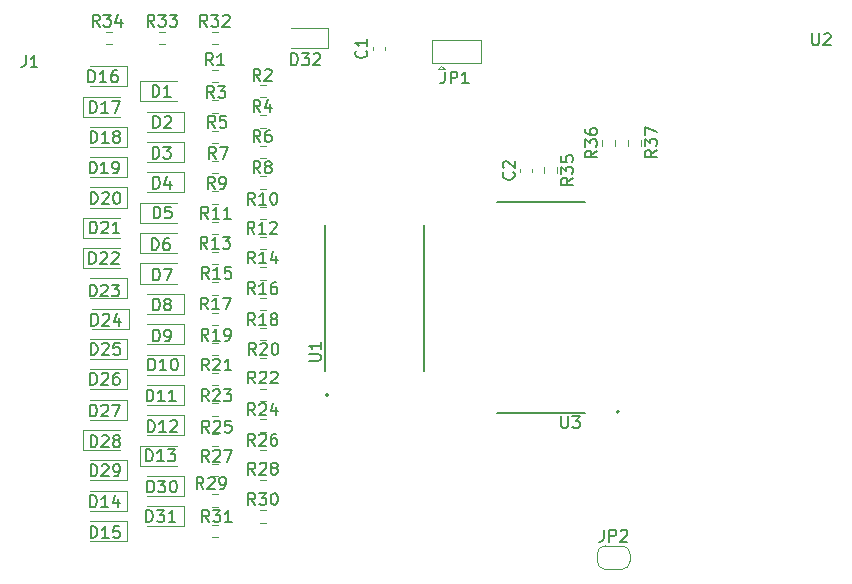
<source format=gbr>
%TF.GenerationSoftware,KiCad,Pcbnew,(6.0.2)*%
%TF.CreationDate,2022-05-01T20:43:16+10:00*%
%TF.ProjectId,brother-esp32,62726f74-6865-4722-9d65-737033322e6b,rev?*%
%TF.SameCoordinates,Original*%
%TF.FileFunction,Legend,Top*%
%TF.FilePolarity,Positive*%
%FSLAX46Y46*%
G04 Gerber Fmt 4.6, Leading zero omitted, Abs format (unit mm)*
G04 Created by KiCad (PCBNEW (6.0.2)) date 2022-05-01 20:43:16*
%MOMM*%
%LPD*%
G01*
G04 APERTURE LIST*
%ADD10C,0.150000*%
%ADD11C,0.200000*%
%ADD12C,0.127000*%
%ADD13C,0.120000*%
G04 APERTURE END LIST*
D10*
%TO.C,J1*%
X66456666Y-39442380D02*
X66456666Y-40156666D01*
X66409047Y-40299523D01*
X66313809Y-40394761D01*
X66170952Y-40442380D01*
X66075714Y-40442380D01*
X67456666Y-40442380D02*
X66885238Y-40442380D01*
X67170952Y-40442380D02*
X67170952Y-39442380D01*
X67075714Y-39585238D01*
X66980476Y-39680476D01*
X66885238Y-39728095D01*
%TO.C,U1*%
X90430380Y-65326904D02*
X91239904Y-65326904D01*
X91335142Y-65279285D01*
X91382761Y-65231666D01*
X91430380Y-65136428D01*
X91430380Y-64945952D01*
X91382761Y-64850714D01*
X91335142Y-64803095D01*
X91239904Y-64755476D01*
X90430380Y-64755476D01*
X91430380Y-63755476D02*
X91430380Y-64326904D01*
X91430380Y-64041190D02*
X90430380Y-64041190D01*
X90573238Y-64136428D01*
X90668476Y-64231666D01*
X90716095Y-64326904D01*
%TO.C,R35*%
X112782380Y-49830357D02*
X112306190Y-50163690D01*
X112782380Y-50401785D02*
X111782380Y-50401785D01*
X111782380Y-50020833D01*
X111830000Y-49925595D01*
X111877619Y-49877976D01*
X111972857Y-49830357D01*
X112115714Y-49830357D01*
X112210952Y-49877976D01*
X112258571Y-49925595D01*
X112306190Y-50020833D01*
X112306190Y-50401785D01*
X111782380Y-49497023D02*
X111782380Y-48877976D01*
X112163333Y-49211309D01*
X112163333Y-49068452D01*
X112210952Y-48973214D01*
X112258571Y-48925595D01*
X112353809Y-48877976D01*
X112591904Y-48877976D01*
X112687142Y-48925595D01*
X112734761Y-48973214D01*
X112782380Y-49068452D01*
X112782380Y-49354166D01*
X112734761Y-49449404D01*
X112687142Y-49497023D01*
X111782380Y-47973214D02*
X111782380Y-48449404D01*
X112258571Y-48497023D01*
X112210952Y-48449404D01*
X112163333Y-48354166D01*
X112163333Y-48116071D01*
X112210952Y-48020833D01*
X112258571Y-47973214D01*
X112353809Y-47925595D01*
X112591904Y-47925595D01*
X112687142Y-47973214D01*
X112734761Y-48020833D01*
X112782380Y-48116071D01*
X112782380Y-48354166D01*
X112734761Y-48449404D01*
X112687142Y-48497023D01*
%TO.C,U3*%
X111798095Y-69999380D02*
X111798095Y-70808904D01*
X111845714Y-70904142D01*
X111893333Y-70951761D01*
X111988571Y-70999380D01*
X112179047Y-70999380D01*
X112274285Y-70951761D01*
X112321904Y-70904142D01*
X112369523Y-70808904D01*
X112369523Y-69999380D01*
X112750476Y-69999380D02*
X113369523Y-69999380D01*
X113036190Y-70380333D01*
X113179047Y-70380333D01*
X113274285Y-70427952D01*
X113321904Y-70475571D01*
X113369523Y-70570809D01*
X113369523Y-70808904D01*
X113321904Y-70904142D01*
X113274285Y-70951761D01*
X113179047Y-70999380D01*
X112893333Y-70999380D01*
X112798095Y-70951761D01*
X112750476Y-70904142D01*
%TO.C,D6*%
X77131904Y-55952380D02*
X77131904Y-54952380D01*
X77370000Y-54952380D01*
X77512857Y-55000000D01*
X77608095Y-55095238D01*
X77655714Y-55190476D01*
X77703333Y-55380952D01*
X77703333Y-55523809D01*
X77655714Y-55714285D01*
X77608095Y-55809523D01*
X77512857Y-55904761D01*
X77370000Y-55952380D01*
X77131904Y-55952380D01*
X78560476Y-54952380D02*
X78370000Y-54952380D01*
X78274761Y-55000000D01*
X78227142Y-55047619D01*
X78131904Y-55190476D01*
X78084285Y-55380952D01*
X78084285Y-55761904D01*
X78131904Y-55857142D01*
X78179523Y-55904761D01*
X78274761Y-55952380D01*
X78465238Y-55952380D01*
X78560476Y-55904761D01*
X78608095Y-55857142D01*
X78655714Y-55761904D01*
X78655714Y-55523809D01*
X78608095Y-55428571D01*
X78560476Y-55380952D01*
X78465238Y-55333333D01*
X78274761Y-55333333D01*
X78179523Y-55380952D01*
X78131904Y-55428571D01*
X78084285Y-55523809D01*
%TO.C,D22*%
X71845714Y-57112380D02*
X71845714Y-56112380D01*
X72083809Y-56112380D01*
X72226666Y-56160000D01*
X72321904Y-56255238D01*
X72369523Y-56350476D01*
X72417142Y-56540952D01*
X72417142Y-56683809D01*
X72369523Y-56874285D01*
X72321904Y-56969523D01*
X72226666Y-57064761D01*
X72083809Y-57112380D01*
X71845714Y-57112380D01*
X72798095Y-56207619D02*
X72845714Y-56160000D01*
X72940952Y-56112380D01*
X73179047Y-56112380D01*
X73274285Y-56160000D01*
X73321904Y-56207619D01*
X73369523Y-56302857D01*
X73369523Y-56398095D01*
X73321904Y-56540952D01*
X72750476Y-57112380D01*
X73369523Y-57112380D01*
X73750476Y-56207619D02*
X73798095Y-56160000D01*
X73893333Y-56112380D01*
X74131428Y-56112380D01*
X74226666Y-56160000D01*
X74274285Y-56207619D01*
X74321904Y-56302857D01*
X74321904Y-56398095D01*
X74274285Y-56540952D01*
X73702857Y-57112380D01*
X74321904Y-57112380D01*
%TO.C,D25*%
X71975714Y-64802380D02*
X71975714Y-63802380D01*
X72213809Y-63802380D01*
X72356666Y-63850000D01*
X72451904Y-63945238D01*
X72499523Y-64040476D01*
X72547142Y-64230952D01*
X72547142Y-64373809D01*
X72499523Y-64564285D01*
X72451904Y-64659523D01*
X72356666Y-64754761D01*
X72213809Y-64802380D01*
X71975714Y-64802380D01*
X72928095Y-63897619D02*
X72975714Y-63850000D01*
X73070952Y-63802380D01*
X73309047Y-63802380D01*
X73404285Y-63850000D01*
X73451904Y-63897619D01*
X73499523Y-63992857D01*
X73499523Y-64088095D01*
X73451904Y-64230952D01*
X72880476Y-64802380D01*
X73499523Y-64802380D01*
X74404285Y-63802380D02*
X73928095Y-63802380D01*
X73880476Y-64278571D01*
X73928095Y-64230952D01*
X74023333Y-64183333D01*
X74261428Y-64183333D01*
X74356666Y-64230952D01*
X74404285Y-64278571D01*
X74451904Y-64373809D01*
X74451904Y-64611904D01*
X74404285Y-64707142D01*
X74356666Y-64754761D01*
X74261428Y-64802380D01*
X74023333Y-64802380D01*
X73928095Y-64754761D01*
X73880476Y-64707142D01*
%TO.C,C2*%
X107757142Y-49354166D02*
X107804761Y-49401785D01*
X107852380Y-49544642D01*
X107852380Y-49639880D01*
X107804761Y-49782738D01*
X107709523Y-49877976D01*
X107614285Y-49925595D01*
X107423809Y-49973214D01*
X107280952Y-49973214D01*
X107090476Y-49925595D01*
X106995238Y-49877976D01*
X106900000Y-49782738D01*
X106852380Y-49639880D01*
X106852380Y-49544642D01*
X106900000Y-49401785D01*
X106947619Y-49354166D01*
X106947619Y-48973214D02*
X106900000Y-48925595D01*
X106852380Y-48830357D01*
X106852380Y-48592261D01*
X106900000Y-48497023D01*
X106947619Y-48449404D01*
X107042857Y-48401785D01*
X107138095Y-48401785D01*
X107280952Y-48449404D01*
X107852380Y-49020833D01*
X107852380Y-48401785D01*
%TO.C,D24*%
X72015714Y-62342380D02*
X72015714Y-61342380D01*
X72253809Y-61342380D01*
X72396666Y-61390000D01*
X72491904Y-61485238D01*
X72539523Y-61580476D01*
X72587142Y-61770952D01*
X72587142Y-61913809D01*
X72539523Y-62104285D01*
X72491904Y-62199523D01*
X72396666Y-62294761D01*
X72253809Y-62342380D01*
X72015714Y-62342380D01*
X72968095Y-61437619D02*
X73015714Y-61390000D01*
X73110952Y-61342380D01*
X73349047Y-61342380D01*
X73444285Y-61390000D01*
X73491904Y-61437619D01*
X73539523Y-61532857D01*
X73539523Y-61628095D01*
X73491904Y-61770952D01*
X72920476Y-62342380D01*
X73539523Y-62342380D01*
X74396666Y-61675714D02*
X74396666Y-62342380D01*
X74158571Y-61294761D02*
X73920476Y-62009047D01*
X74539523Y-62009047D01*
%TO.C,D1*%
X77211904Y-42972380D02*
X77211904Y-41972380D01*
X77450000Y-41972380D01*
X77592857Y-42020000D01*
X77688095Y-42115238D01*
X77735714Y-42210476D01*
X77783333Y-42400952D01*
X77783333Y-42543809D01*
X77735714Y-42734285D01*
X77688095Y-42829523D01*
X77592857Y-42924761D01*
X77450000Y-42972380D01*
X77211904Y-42972380D01*
X78735714Y-42972380D02*
X78164285Y-42972380D01*
X78450000Y-42972380D02*
X78450000Y-41972380D01*
X78354761Y-42115238D01*
X78259523Y-42210476D01*
X78164285Y-42258095D01*
%TO.C,R1*%
X82303333Y-40292380D02*
X81970000Y-39816190D01*
X81731904Y-40292380D02*
X81731904Y-39292380D01*
X82112857Y-39292380D01*
X82208095Y-39340000D01*
X82255714Y-39387619D01*
X82303333Y-39482857D01*
X82303333Y-39625714D01*
X82255714Y-39720952D01*
X82208095Y-39768571D01*
X82112857Y-39816190D01*
X81731904Y-39816190D01*
X83255714Y-40292380D02*
X82684285Y-40292380D01*
X82970000Y-40292380D02*
X82970000Y-39292380D01*
X82874761Y-39435238D01*
X82779523Y-39530476D01*
X82684285Y-39578095D01*
%TO.C,D20*%
X71975714Y-52032380D02*
X71975714Y-51032380D01*
X72213809Y-51032380D01*
X72356666Y-51080000D01*
X72451904Y-51175238D01*
X72499523Y-51270476D01*
X72547142Y-51460952D01*
X72547142Y-51603809D01*
X72499523Y-51794285D01*
X72451904Y-51889523D01*
X72356666Y-51984761D01*
X72213809Y-52032380D01*
X71975714Y-52032380D01*
X72928095Y-51127619D02*
X72975714Y-51080000D01*
X73070952Y-51032380D01*
X73309047Y-51032380D01*
X73404285Y-51080000D01*
X73451904Y-51127619D01*
X73499523Y-51222857D01*
X73499523Y-51318095D01*
X73451904Y-51460952D01*
X72880476Y-52032380D01*
X73499523Y-52032380D01*
X74118571Y-51032380D02*
X74213809Y-51032380D01*
X74309047Y-51080000D01*
X74356666Y-51127619D01*
X74404285Y-51222857D01*
X74451904Y-51413333D01*
X74451904Y-51651428D01*
X74404285Y-51841904D01*
X74356666Y-51937142D01*
X74309047Y-51984761D01*
X74213809Y-52032380D01*
X74118571Y-52032380D01*
X74023333Y-51984761D01*
X73975714Y-51937142D01*
X73928095Y-51841904D01*
X73880476Y-51651428D01*
X73880476Y-51413333D01*
X73928095Y-51222857D01*
X73975714Y-51127619D01*
X74023333Y-51080000D01*
X74118571Y-51032380D01*
%TO.C,D26*%
X71935714Y-67342380D02*
X71935714Y-66342380D01*
X72173809Y-66342380D01*
X72316666Y-66390000D01*
X72411904Y-66485238D01*
X72459523Y-66580476D01*
X72507142Y-66770952D01*
X72507142Y-66913809D01*
X72459523Y-67104285D01*
X72411904Y-67199523D01*
X72316666Y-67294761D01*
X72173809Y-67342380D01*
X71935714Y-67342380D01*
X72888095Y-66437619D02*
X72935714Y-66390000D01*
X73030952Y-66342380D01*
X73269047Y-66342380D01*
X73364285Y-66390000D01*
X73411904Y-66437619D01*
X73459523Y-66532857D01*
X73459523Y-66628095D01*
X73411904Y-66770952D01*
X72840476Y-67342380D01*
X73459523Y-67342380D01*
X74316666Y-66342380D02*
X74126190Y-66342380D01*
X74030952Y-66390000D01*
X73983333Y-66437619D01*
X73888095Y-66580476D01*
X73840476Y-66770952D01*
X73840476Y-67151904D01*
X73888095Y-67247142D01*
X73935714Y-67294761D01*
X74030952Y-67342380D01*
X74221428Y-67342380D01*
X74316666Y-67294761D01*
X74364285Y-67247142D01*
X74411904Y-67151904D01*
X74411904Y-66913809D01*
X74364285Y-66818571D01*
X74316666Y-66770952D01*
X74221428Y-66723333D01*
X74030952Y-66723333D01*
X73935714Y-66770952D01*
X73888095Y-66818571D01*
X73840476Y-66913809D01*
%TO.C,D30*%
X76765714Y-76462380D02*
X76765714Y-75462380D01*
X77003809Y-75462380D01*
X77146666Y-75510000D01*
X77241904Y-75605238D01*
X77289523Y-75700476D01*
X77337142Y-75890952D01*
X77337142Y-76033809D01*
X77289523Y-76224285D01*
X77241904Y-76319523D01*
X77146666Y-76414761D01*
X77003809Y-76462380D01*
X76765714Y-76462380D01*
X77670476Y-75462380D02*
X78289523Y-75462380D01*
X77956190Y-75843333D01*
X78099047Y-75843333D01*
X78194285Y-75890952D01*
X78241904Y-75938571D01*
X78289523Y-76033809D01*
X78289523Y-76271904D01*
X78241904Y-76367142D01*
X78194285Y-76414761D01*
X78099047Y-76462380D01*
X77813333Y-76462380D01*
X77718095Y-76414761D01*
X77670476Y-76367142D01*
X78908571Y-75462380D02*
X79003809Y-75462380D01*
X79099047Y-75510000D01*
X79146666Y-75557619D01*
X79194285Y-75652857D01*
X79241904Y-75843333D01*
X79241904Y-76081428D01*
X79194285Y-76271904D01*
X79146666Y-76367142D01*
X79099047Y-76414761D01*
X79003809Y-76462380D01*
X78908571Y-76462380D01*
X78813333Y-76414761D01*
X78765714Y-76367142D01*
X78718095Y-76271904D01*
X78670476Y-76081428D01*
X78670476Y-75843333D01*
X78718095Y-75652857D01*
X78765714Y-75557619D01*
X78813333Y-75510000D01*
X78908571Y-75462380D01*
%TO.C,C1*%
X95267142Y-39056666D02*
X95314761Y-39104285D01*
X95362380Y-39247142D01*
X95362380Y-39342380D01*
X95314761Y-39485238D01*
X95219523Y-39580476D01*
X95124285Y-39628095D01*
X94933809Y-39675714D01*
X94790952Y-39675714D01*
X94600476Y-39628095D01*
X94505238Y-39580476D01*
X94410000Y-39485238D01*
X94362380Y-39342380D01*
X94362380Y-39247142D01*
X94410000Y-39104285D01*
X94457619Y-39056666D01*
X95362380Y-38104285D02*
X95362380Y-38675714D01*
X95362380Y-38390000D02*
X94362380Y-38390000D01*
X94505238Y-38485238D01*
X94600476Y-38580476D01*
X94648095Y-38675714D01*
%TO.C,D7*%
X77241904Y-58512380D02*
X77241904Y-57512380D01*
X77480000Y-57512380D01*
X77622857Y-57560000D01*
X77718095Y-57655238D01*
X77765714Y-57750476D01*
X77813333Y-57940952D01*
X77813333Y-58083809D01*
X77765714Y-58274285D01*
X77718095Y-58369523D01*
X77622857Y-58464761D01*
X77480000Y-58512380D01*
X77241904Y-58512380D01*
X78146666Y-57512380D02*
X78813333Y-57512380D01*
X78384761Y-58512380D01*
%TO.C,D29*%
X71955714Y-75092380D02*
X71955714Y-74092380D01*
X72193809Y-74092380D01*
X72336666Y-74140000D01*
X72431904Y-74235238D01*
X72479523Y-74330476D01*
X72527142Y-74520952D01*
X72527142Y-74663809D01*
X72479523Y-74854285D01*
X72431904Y-74949523D01*
X72336666Y-75044761D01*
X72193809Y-75092380D01*
X71955714Y-75092380D01*
X72908095Y-74187619D02*
X72955714Y-74140000D01*
X73050952Y-74092380D01*
X73289047Y-74092380D01*
X73384285Y-74140000D01*
X73431904Y-74187619D01*
X73479523Y-74282857D01*
X73479523Y-74378095D01*
X73431904Y-74520952D01*
X72860476Y-75092380D01*
X73479523Y-75092380D01*
X73955714Y-75092380D02*
X74146190Y-75092380D01*
X74241428Y-75044761D01*
X74289047Y-74997142D01*
X74384285Y-74854285D01*
X74431904Y-74663809D01*
X74431904Y-74282857D01*
X74384285Y-74187619D01*
X74336666Y-74140000D01*
X74241428Y-74092380D01*
X74050952Y-74092380D01*
X73955714Y-74140000D01*
X73908095Y-74187619D01*
X73860476Y-74282857D01*
X73860476Y-74520952D01*
X73908095Y-74616190D01*
X73955714Y-74663809D01*
X74050952Y-74711428D01*
X74241428Y-74711428D01*
X74336666Y-74663809D01*
X74384285Y-74616190D01*
X74431904Y-74520952D01*
%TO.C,D10*%
X76845714Y-66132380D02*
X76845714Y-65132380D01*
X77083809Y-65132380D01*
X77226666Y-65180000D01*
X77321904Y-65275238D01*
X77369523Y-65370476D01*
X77417142Y-65560952D01*
X77417142Y-65703809D01*
X77369523Y-65894285D01*
X77321904Y-65989523D01*
X77226666Y-66084761D01*
X77083809Y-66132380D01*
X76845714Y-66132380D01*
X78369523Y-66132380D02*
X77798095Y-66132380D01*
X78083809Y-66132380D02*
X78083809Y-65132380D01*
X77988571Y-65275238D01*
X77893333Y-65370476D01*
X77798095Y-65418095D01*
X78988571Y-65132380D02*
X79083809Y-65132380D01*
X79179047Y-65180000D01*
X79226666Y-65227619D01*
X79274285Y-65322857D01*
X79321904Y-65513333D01*
X79321904Y-65751428D01*
X79274285Y-65941904D01*
X79226666Y-66037142D01*
X79179047Y-66084761D01*
X79083809Y-66132380D01*
X78988571Y-66132380D01*
X78893333Y-66084761D01*
X78845714Y-66037142D01*
X78798095Y-65941904D01*
X78750476Y-65751428D01*
X78750476Y-65513333D01*
X78798095Y-65322857D01*
X78845714Y-65227619D01*
X78893333Y-65180000D01*
X78988571Y-65132380D01*
%TO.C,R6*%
X86323333Y-46782380D02*
X85990000Y-46306190D01*
X85751904Y-46782380D02*
X85751904Y-45782380D01*
X86132857Y-45782380D01*
X86228095Y-45830000D01*
X86275714Y-45877619D01*
X86323333Y-45972857D01*
X86323333Y-46115714D01*
X86275714Y-46210952D01*
X86228095Y-46258571D01*
X86132857Y-46306190D01*
X85751904Y-46306190D01*
X87180476Y-45782380D02*
X86990000Y-45782380D01*
X86894761Y-45830000D01*
X86847142Y-45877619D01*
X86751904Y-46020476D01*
X86704285Y-46210952D01*
X86704285Y-46591904D01*
X86751904Y-46687142D01*
X86799523Y-46734761D01*
X86894761Y-46782380D01*
X87085238Y-46782380D01*
X87180476Y-46734761D01*
X87228095Y-46687142D01*
X87275714Y-46591904D01*
X87275714Y-46353809D01*
X87228095Y-46258571D01*
X87180476Y-46210952D01*
X87085238Y-46163333D01*
X86894761Y-46163333D01*
X86799523Y-46210952D01*
X86751904Y-46258571D01*
X86704285Y-46353809D01*
%TO.C,D28*%
X71955714Y-72632380D02*
X71955714Y-71632380D01*
X72193809Y-71632380D01*
X72336666Y-71680000D01*
X72431904Y-71775238D01*
X72479523Y-71870476D01*
X72527142Y-72060952D01*
X72527142Y-72203809D01*
X72479523Y-72394285D01*
X72431904Y-72489523D01*
X72336666Y-72584761D01*
X72193809Y-72632380D01*
X71955714Y-72632380D01*
X72908095Y-71727619D02*
X72955714Y-71680000D01*
X73050952Y-71632380D01*
X73289047Y-71632380D01*
X73384285Y-71680000D01*
X73431904Y-71727619D01*
X73479523Y-71822857D01*
X73479523Y-71918095D01*
X73431904Y-72060952D01*
X72860476Y-72632380D01*
X73479523Y-72632380D01*
X74050952Y-72060952D02*
X73955714Y-72013333D01*
X73908095Y-71965714D01*
X73860476Y-71870476D01*
X73860476Y-71822857D01*
X73908095Y-71727619D01*
X73955714Y-71680000D01*
X74050952Y-71632380D01*
X74241428Y-71632380D01*
X74336666Y-71680000D01*
X74384285Y-71727619D01*
X74431904Y-71822857D01*
X74431904Y-71870476D01*
X74384285Y-71965714D01*
X74336666Y-72013333D01*
X74241428Y-72060952D01*
X74050952Y-72060952D01*
X73955714Y-72108571D01*
X73908095Y-72156190D01*
X73860476Y-72251428D01*
X73860476Y-72441904D01*
X73908095Y-72537142D01*
X73955714Y-72584761D01*
X74050952Y-72632380D01*
X74241428Y-72632380D01*
X74336666Y-72584761D01*
X74384285Y-72537142D01*
X74431904Y-72441904D01*
X74431904Y-72251428D01*
X74384285Y-72156190D01*
X74336666Y-72108571D01*
X74241428Y-72060952D01*
%TO.C,R2*%
X86323333Y-41612380D02*
X85990000Y-41136190D01*
X85751904Y-41612380D02*
X85751904Y-40612380D01*
X86132857Y-40612380D01*
X86228095Y-40660000D01*
X86275714Y-40707619D01*
X86323333Y-40802857D01*
X86323333Y-40945714D01*
X86275714Y-41040952D01*
X86228095Y-41088571D01*
X86132857Y-41136190D01*
X85751904Y-41136190D01*
X86704285Y-40707619D02*
X86751904Y-40660000D01*
X86847142Y-40612380D01*
X87085238Y-40612380D01*
X87180476Y-40660000D01*
X87228095Y-40707619D01*
X87275714Y-40802857D01*
X87275714Y-40898095D01*
X87228095Y-41040952D01*
X86656666Y-41612380D01*
X87275714Y-41612380D01*
%TO.C,R15*%
X81977142Y-58372380D02*
X81643809Y-57896190D01*
X81405714Y-58372380D02*
X81405714Y-57372380D01*
X81786666Y-57372380D01*
X81881904Y-57420000D01*
X81929523Y-57467619D01*
X81977142Y-57562857D01*
X81977142Y-57705714D01*
X81929523Y-57800952D01*
X81881904Y-57848571D01*
X81786666Y-57896190D01*
X81405714Y-57896190D01*
X82929523Y-58372380D02*
X82358095Y-58372380D01*
X82643809Y-58372380D02*
X82643809Y-57372380D01*
X82548571Y-57515238D01*
X82453333Y-57610476D01*
X82358095Y-57658095D01*
X83834285Y-57372380D02*
X83358095Y-57372380D01*
X83310476Y-57848571D01*
X83358095Y-57800952D01*
X83453333Y-57753333D01*
X83691428Y-57753333D01*
X83786666Y-57800952D01*
X83834285Y-57848571D01*
X83881904Y-57943809D01*
X83881904Y-58181904D01*
X83834285Y-58277142D01*
X83786666Y-58324761D01*
X83691428Y-58372380D01*
X83453333Y-58372380D01*
X83358095Y-58324761D01*
X83310476Y-58277142D01*
%TO.C,R30*%
X85879642Y-77522380D02*
X85546309Y-77046190D01*
X85308214Y-77522380D02*
X85308214Y-76522380D01*
X85689166Y-76522380D01*
X85784404Y-76570000D01*
X85832023Y-76617619D01*
X85879642Y-76712857D01*
X85879642Y-76855714D01*
X85832023Y-76950952D01*
X85784404Y-76998571D01*
X85689166Y-77046190D01*
X85308214Y-77046190D01*
X86212976Y-76522380D02*
X86832023Y-76522380D01*
X86498690Y-76903333D01*
X86641547Y-76903333D01*
X86736785Y-76950952D01*
X86784404Y-76998571D01*
X86832023Y-77093809D01*
X86832023Y-77331904D01*
X86784404Y-77427142D01*
X86736785Y-77474761D01*
X86641547Y-77522380D01*
X86355833Y-77522380D01*
X86260595Y-77474761D01*
X86212976Y-77427142D01*
X87451071Y-76522380D02*
X87546309Y-76522380D01*
X87641547Y-76570000D01*
X87689166Y-76617619D01*
X87736785Y-76712857D01*
X87784404Y-76903333D01*
X87784404Y-77141428D01*
X87736785Y-77331904D01*
X87689166Y-77427142D01*
X87641547Y-77474761D01*
X87546309Y-77522380D01*
X87451071Y-77522380D01*
X87355833Y-77474761D01*
X87308214Y-77427142D01*
X87260595Y-77331904D01*
X87212976Y-77141428D01*
X87212976Y-76903333D01*
X87260595Y-76712857D01*
X87308214Y-76617619D01*
X87355833Y-76570000D01*
X87451071Y-76522380D01*
%TO.C,R28*%
X85879642Y-74950980D02*
X85546309Y-74474790D01*
X85308214Y-74950980D02*
X85308214Y-73950980D01*
X85689166Y-73950980D01*
X85784404Y-73998600D01*
X85832023Y-74046219D01*
X85879642Y-74141457D01*
X85879642Y-74284314D01*
X85832023Y-74379552D01*
X85784404Y-74427171D01*
X85689166Y-74474790D01*
X85308214Y-74474790D01*
X86260595Y-74046219D02*
X86308214Y-73998600D01*
X86403452Y-73950980D01*
X86641547Y-73950980D01*
X86736785Y-73998600D01*
X86784404Y-74046219D01*
X86832023Y-74141457D01*
X86832023Y-74236695D01*
X86784404Y-74379552D01*
X86212976Y-74950980D01*
X86832023Y-74950980D01*
X87403452Y-74379552D02*
X87308214Y-74331933D01*
X87260595Y-74284314D01*
X87212976Y-74189076D01*
X87212976Y-74141457D01*
X87260595Y-74046219D01*
X87308214Y-73998600D01*
X87403452Y-73950980D01*
X87593928Y-73950980D01*
X87689166Y-73998600D01*
X87736785Y-74046219D01*
X87784404Y-74141457D01*
X87784404Y-74189076D01*
X87736785Y-74284314D01*
X87689166Y-74331933D01*
X87593928Y-74379552D01*
X87403452Y-74379552D01*
X87308214Y-74427171D01*
X87260595Y-74474790D01*
X87212976Y-74570028D01*
X87212976Y-74760504D01*
X87260595Y-74855742D01*
X87308214Y-74903361D01*
X87403452Y-74950980D01*
X87593928Y-74950980D01*
X87689166Y-74903361D01*
X87736785Y-74855742D01*
X87784404Y-74760504D01*
X87784404Y-74570028D01*
X87736785Y-74474790D01*
X87689166Y-74427171D01*
X87593928Y-74379552D01*
%TO.C,R19*%
X81917142Y-63612380D02*
X81583809Y-63136190D01*
X81345714Y-63612380D02*
X81345714Y-62612380D01*
X81726666Y-62612380D01*
X81821904Y-62660000D01*
X81869523Y-62707619D01*
X81917142Y-62802857D01*
X81917142Y-62945714D01*
X81869523Y-63040952D01*
X81821904Y-63088571D01*
X81726666Y-63136190D01*
X81345714Y-63136190D01*
X82869523Y-63612380D02*
X82298095Y-63612380D01*
X82583809Y-63612380D02*
X82583809Y-62612380D01*
X82488571Y-62755238D01*
X82393333Y-62850476D01*
X82298095Y-62898095D01*
X83345714Y-63612380D02*
X83536190Y-63612380D01*
X83631428Y-63564761D01*
X83679047Y-63517142D01*
X83774285Y-63374285D01*
X83821904Y-63183809D01*
X83821904Y-62802857D01*
X83774285Y-62707619D01*
X83726666Y-62660000D01*
X83631428Y-62612380D01*
X83440952Y-62612380D01*
X83345714Y-62660000D01*
X83298095Y-62707619D01*
X83250476Y-62802857D01*
X83250476Y-63040952D01*
X83298095Y-63136190D01*
X83345714Y-63183809D01*
X83440952Y-63231428D01*
X83631428Y-63231428D01*
X83726666Y-63183809D01*
X83774285Y-63136190D01*
X83821904Y-63040952D01*
%TO.C,R7*%
X82563333Y-48202380D02*
X82230000Y-47726190D01*
X81991904Y-48202380D02*
X81991904Y-47202380D01*
X82372857Y-47202380D01*
X82468095Y-47250000D01*
X82515714Y-47297619D01*
X82563333Y-47392857D01*
X82563333Y-47535714D01*
X82515714Y-47630952D01*
X82468095Y-47678571D01*
X82372857Y-47726190D01*
X81991904Y-47726190D01*
X82896666Y-47202380D02*
X83563333Y-47202380D01*
X83134761Y-48202380D01*
%TO.C,R5*%
X82503333Y-45582380D02*
X82170000Y-45106190D01*
X81931904Y-45582380D02*
X81931904Y-44582380D01*
X82312857Y-44582380D01*
X82408095Y-44630000D01*
X82455714Y-44677619D01*
X82503333Y-44772857D01*
X82503333Y-44915714D01*
X82455714Y-45010952D01*
X82408095Y-45058571D01*
X82312857Y-45106190D01*
X81931904Y-45106190D01*
X83408095Y-44582380D02*
X82931904Y-44582380D01*
X82884285Y-45058571D01*
X82931904Y-45010952D01*
X83027142Y-44963333D01*
X83265238Y-44963333D01*
X83360476Y-45010952D01*
X83408095Y-45058571D01*
X83455714Y-45153809D01*
X83455714Y-45391904D01*
X83408095Y-45487142D01*
X83360476Y-45534761D01*
X83265238Y-45582380D01*
X83027142Y-45582380D01*
X82931904Y-45534761D01*
X82884285Y-45487142D01*
%TO.C,U2*%
X133048095Y-37594880D02*
X133048095Y-38404404D01*
X133095714Y-38499642D01*
X133143333Y-38547261D01*
X133238571Y-38594880D01*
X133429047Y-38594880D01*
X133524285Y-38547261D01*
X133571904Y-38499642D01*
X133619523Y-38404404D01*
X133619523Y-37594880D01*
X134048095Y-37690119D02*
X134095714Y-37642500D01*
X134190952Y-37594880D01*
X134429047Y-37594880D01*
X134524285Y-37642500D01*
X134571904Y-37690119D01*
X134619523Y-37785357D01*
X134619523Y-37880595D01*
X134571904Y-38023452D01*
X134000476Y-38594880D01*
X134619523Y-38594880D01*
%TO.C,R23*%
X81947142Y-68742380D02*
X81613809Y-68266190D01*
X81375714Y-68742380D02*
X81375714Y-67742380D01*
X81756666Y-67742380D01*
X81851904Y-67790000D01*
X81899523Y-67837619D01*
X81947142Y-67932857D01*
X81947142Y-68075714D01*
X81899523Y-68170952D01*
X81851904Y-68218571D01*
X81756666Y-68266190D01*
X81375714Y-68266190D01*
X82328095Y-67837619D02*
X82375714Y-67790000D01*
X82470952Y-67742380D01*
X82709047Y-67742380D01*
X82804285Y-67790000D01*
X82851904Y-67837619D01*
X82899523Y-67932857D01*
X82899523Y-68028095D01*
X82851904Y-68170952D01*
X82280476Y-68742380D01*
X82899523Y-68742380D01*
X83232857Y-67742380D02*
X83851904Y-67742380D01*
X83518571Y-68123333D01*
X83661428Y-68123333D01*
X83756666Y-68170952D01*
X83804285Y-68218571D01*
X83851904Y-68313809D01*
X83851904Y-68551904D01*
X83804285Y-68647142D01*
X83756666Y-68694761D01*
X83661428Y-68742380D01*
X83375714Y-68742380D01*
X83280476Y-68694761D01*
X83232857Y-68647142D01*
%TO.C,D8*%
X77241904Y-61052380D02*
X77241904Y-60052380D01*
X77480000Y-60052380D01*
X77622857Y-60100000D01*
X77718095Y-60195238D01*
X77765714Y-60290476D01*
X77813333Y-60480952D01*
X77813333Y-60623809D01*
X77765714Y-60814285D01*
X77718095Y-60909523D01*
X77622857Y-61004761D01*
X77480000Y-61052380D01*
X77241904Y-61052380D01*
X78384761Y-60480952D02*
X78289523Y-60433333D01*
X78241904Y-60385714D01*
X78194285Y-60290476D01*
X78194285Y-60242857D01*
X78241904Y-60147619D01*
X78289523Y-60100000D01*
X78384761Y-60052380D01*
X78575238Y-60052380D01*
X78670476Y-60100000D01*
X78718095Y-60147619D01*
X78765714Y-60242857D01*
X78765714Y-60290476D01*
X78718095Y-60385714D01*
X78670476Y-60433333D01*
X78575238Y-60480952D01*
X78384761Y-60480952D01*
X78289523Y-60528571D01*
X78241904Y-60576190D01*
X78194285Y-60671428D01*
X78194285Y-60861904D01*
X78241904Y-60957142D01*
X78289523Y-61004761D01*
X78384761Y-61052380D01*
X78575238Y-61052380D01*
X78670476Y-61004761D01*
X78718095Y-60957142D01*
X78765714Y-60861904D01*
X78765714Y-60671428D01*
X78718095Y-60576190D01*
X78670476Y-60528571D01*
X78575238Y-60480952D01*
%TO.C,R27*%
X81967142Y-73862380D02*
X81633809Y-73386190D01*
X81395714Y-73862380D02*
X81395714Y-72862380D01*
X81776666Y-72862380D01*
X81871904Y-72910000D01*
X81919523Y-72957619D01*
X81967142Y-73052857D01*
X81967142Y-73195714D01*
X81919523Y-73290952D01*
X81871904Y-73338571D01*
X81776666Y-73386190D01*
X81395714Y-73386190D01*
X82348095Y-72957619D02*
X82395714Y-72910000D01*
X82490952Y-72862380D01*
X82729047Y-72862380D01*
X82824285Y-72910000D01*
X82871904Y-72957619D01*
X82919523Y-73052857D01*
X82919523Y-73148095D01*
X82871904Y-73290952D01*
X82300476Y-73862380D01*
X82919523Y-73862380D01*
X83252857Y-72862380D02*
X83919523Y-72862380D01*
X83490952Y-73862380D01*
%TO.C,D18*%
X71955714Y-46862380D02*
X71955714Y-45862380D01*
X72193809Y-45862380D01*
X72336666Y-45910000D01*
X72431904Y-46005238D01*
X72479523Y-46100476D01*
X72527142Y-46290952D01*
X72527142Y-46433809D01*
X72479523Y-46624285D01*
X72431904Y-46719523D01*
X72336666Y-46814761D01*
X72193809Y-46862380D01*
X71955714Y-46862380D01*
X73479523Y-46862380D02*
X72908095Y-46862380D01*
X73193809Y-46862380D02*
X73193809Y-45862380D01*
X73098571Y-46005238D01*
X73003333Y-46100476D01*
X72908095Y-46148095D01*
X74050952Y-46290952D02*
X73955714Y-46243333D01*
X73908095Y-46195714D01*
X73860476Y-46100476D01*
X73860476Y-46052857D01*
X73908095Y-45957619D01*
X73955714Y-45910000D01*
X74050952Y-45862380D01*
X74241428Y-45862380D01*
X74336666Y-45910000D01*
X74384285Y-45957619D01*
X74431904Y-46052857D01*
X74431904Y-46100476D01*
X74384285Y-46195714D01*
X74336666Y-46243333D01*
X74241428Y-46290952D01*
X74050952Y-46290952D01*
X73955714Y-46338571D01*
X73908095Y-46386190D01*
X73860476Y-46481428D01*
X73860476Y-46671904D01*
X73908095Y-46767142D01*
X73955714Y-46814761D01*
X74050952Y-46862380D01*
X74241428Y-46862380D01*
X74336666Y-46814761D01*
X74384285Y-46767142D01*
X74431904Y-46671904D01*
X74431904Y-46481428D01*
X74384285Y-46386190D01*
X74336666Y-46338571D01*
X74241428Y-46290952D01*
%TO.C,D17*%
X71905714Y-44332380D02*
X71905714Y-43332380D01*
X72143809Y-43332380D01*
X72286666Y-43380000D01*
X72381904Y-43475238D01*
X72429523Y-43570476D01*
X72477142Y-43760952D01*
X72477142Y-43903809D01*
X72429523Y-44094285D01*
X72381904Y-44189523D01*
X72286666Y-44284761D01*
X72143809Y-44332380D01*
X71905714Y-44332380D01*
X73429523Y-44332380D02*
X72858095Y-44332380D01*
X73143809Y-44332380D02*
X73143809Y-43332380D01*
X73048571Y-43475238D01*
X72953333Y-43570476D01*
X72858095Y-43618095D01*
X73762857Y-43332380D02*
X74429523Y-43332380D01*
X74000952Y-44332380D01*
%TO.C,R32*%
X81827142Y-37032380D02*
X81493809Y-36556190D01*
X81255714Y-37032380D02*
X81255714Y-36032380D01*
X81636666Y-36032380D01*
X81731904Y-36080000D01*
X81779523Y-36127619D01*
X81827142Y-36222857D01*
X81827142Y-36365714D01*
X81779523Y-36460952D01*
X81731904Y-36508571D01*
X81636666Y-36556190D01*
X81255714Y-36556190D01*
X82160476Y-36032380D02*
X82779523Y-36032380D01*
X82446190Y-36413333D01*
X82589047Y-36413333D01*
X82684285Y-36460952D01*
X82731904Y-36508571D01*
X82779523Y-36603809D01*
X82779523Y-36841904D01*
X82731904Y-36937142D01*
X82684285Y-36984761D01*
X82589047Y-37032380D01*
X82303333Y-37032380D01*
X82208095Y-36984761D01*
X82160476Y-36937142D01*
X83160476Y-36127619D02*
X83208095Y-36080000D01*
X83303333Y-36032380D01*
X83541428Y-36032380D01*
X83636666Y-36080000D01*
X83684285Y-36127619D01*
X83731904Y-36222857D01*
X83731904Y-36318095D01*
X83684285Y-36460952D01*
X83112857Y-37032380D01*
X83731904Y-37032380D01*
%TO.C,R21*%
X81957142Y-66132380D02*
X81623809Y-65656190D01*
X81385714Y-66132380D02*
X81385714Y-65132380D01*
X81766666Y-65132380D01*
X81861904Y-65180000D01*
X81909523Y-65227619D01*
X81957142Y-65322857D01*
X81957142Y-65465714D01*
X81909523Y-65560952D01*
X81861904Y-65608571D01*
X81766666Y-65656190D01*
X81385714Y-65656190D01*
X82338095Y-65227619D02*
X82385714Y-65180000D01*
X82480952Y-65132380D01*
X82719047Y-65132380D01*
X82814285Y-65180000D01*
X82861904Y-65227619D01*
X82909523Y-65322857D01*
X82909523Y-65418095D01*
X82861904Y-65560952D01*
X82290476Y-66132380D01*
X82909523Y-66132380D01*
X83861904Y-66132380D02*
X83290476Y-66132380D01*
X83576190Y-66132380D02*
X83576190Y-65132380D01*
X83480952Y-65275238D01*
X83385714Y-65370476D01*
X83290476Y-65418095D01*
%TO.C,R22*%
X85879642Y-67236680D02*
X85546309Y-66760490D01*
X85308214Y-67236680D02*
X85308214Y-66236680D01*
X85689166Y-66236680D01*
X85784404Y-66284300D01*
X85832023Y-66331919D01*
X85879642Y-66427157D01*
X85879642Y-66570014D01*
X85832023Y-66665252D01*
X85784404Y-66712871D01*
X85689166Y-66760490D01*
X85308214Y-66760490D01*
X86260595Y-66331919D02*
X86308214Y-66284300D01*
X86403452Y-66236680D01*
X86641547Y-66236680D01*
X86736785Y-66284300D01*
X86784404Y-66331919D01*
X86832023Y-66427157D01*
X86832023Y-66522395D01*
X86784404Y-66665252D01*
X86212976Y-67236680D01*
X86832023Y-67236680D01*
X87212976Y-66331919D02*
X87260595Y-66284300D01*
X87355833Y-66236680D01*
X87593928Y-66236680D01*
X87689166Y-66284300D01*
X87736785Y-66331919D01*
X87784404Y-66427157D01*
X87784404Y-66522395D01*
X87736785Y-66665252D01*
X87165357Y-67236680D01*
X87784404Y-67236680D01*
%TO.C,D14*%
X71915714Y-77712380D02*
X71915714Y-76712380D01*
X72153809Y-76712380D01*
X72296666Y-76760000D01*
X72391904Y-76855238D01*
X72439523Y-76950476D01*
X72487142Y-77140952D01*
X72487142Y-77283809D01*
X72439523Y-77474285D01*
X72391904Y-77569523D01*
X72296666Y-77664761D01*
X72153809Y-77712380D01*
X71915714Y-77712380D01*
X73439523Y-77712380D02*
X72868095Y-77712380D01*
X73153809Y-77712380D02*
X73153809Y-76712380D01*
X73058571Y-76855238D01*
X72963333Y-76950476D01*
X72868095Y-76998095D01*
X74296666Y-77045714D02*
X74296666Y-77712380D01*
X74058571Y-76664761D02*
X73820476Y-77379047D01*
X74439523Y-77379047D01*
%TO.C,JP1*%
X101956666Y-40832380D02*
X101956666Y-41546666D01*
X101909047Y-41689523D01*
X101813809Y-41784761D01*
X101670952Y-41832380D01*
X101575714Y-41832380D01*
X102432857Y-41832380D02*
X102432857Y-40832380D01*
X102813809Y-40832380D01*
X102909047Y-40880000D01*
X102956666Y-40927619D01*
X103004285Y-41022857D01*
X103004285Y-41165714D01*
X102956666Y-41260952D01*
X102909047Y-41308571D01*
X102813809Y-41356190D01*
X102432857Y-41356190D01*
X103956666Y-41832380D02*
X103385238Y-41832380D01*
X103670952Y-41832380D02*
X103670952Y-40832380D01*
X103575714Y-40975238D01*
X103480476Y-41070476D01*
X103385238Y-41118095D01*
%TO.C,R31*%
X81987142Y-78972380D02*
X81653809Y-78496190D01*
X81415714Y-78972380D02*
X81415714Y-77972380D01*
X81796666Y-77972380D01*
X81891904Y-78020000D01*
X81939523Y-78067619D01*
X81987142Y-78162857D01*
X81987142Y-78305714D01*
X81939523Y-78400952D01*
X81891904Y-78448571D01*
X81796666Y-78496190D01*
X81415714Y-78496190D01*
X82320476Y-77972380D02*
X82939523Y-77972380D01*
X82606190Y-78353333D01*
X82749047Y-78353333D01*
X82844285Y-78400952D01*
X82891904Y-78448571D01*
X82939523Y-78543809D01*
X82939523Y-78781904D01*
X82891904Y-78877142D01*
X82844285Y-78924761D01*
X82749047Y-78972380D01*
X82463333Y-78972380D01*
X82368095Y-78924761D01*
X82320476Y-78877142D01*
X83891904Y-78972380D02*
X83320476Y-78972380D01*
X83606190Y-78972380D02*
X83606190Y-77972380D01*
X83510952Y-78115238D01*
X83415714Y-78210476D01*
X83320476Y-78258095D01*
%TO.C,JP2*%
X115396666Y-79632380D02*
X115396666Y-80346666D01*
X115349047Y-80489523D01*
X115253809Y-80584761D01*
X115110952Y-80632380D01*
X115015714Y-80632380D01*
X115872857Y-80632380D02*
X115872857Y-79632380D01*
X116253809Y-79632380D01*
X116349047Y-79680000D01*
X116396666Y-79727619D01*
X116444285Y-79822857D01*
X116444285Y-79965714D01*
X116396666Y-80060952D01*
X116349047Y-80108571D01*
X116253809Y-80156190D01*
X115872857Y-80156190D01*
X116825238Y-79727619D02*
X116872857Y-79680000D01*
X116968095Y-79632380D01*
X117206190Y-79632380D01*
X117301428Y-79680000D01*
X117349047Y-79727619D01*
X117396666Y-79822857D01*
X117396666Y-79918095D01*
X117349047Y-80060952D01*
X116777619Y-80632380D01*
X117396666Y-80632380D01*
%TO.C,D4*%
X77241904Y-50742380D02*
X77241904Y-49742380D01*
X77480000Y-49742380D01*
X77622857Y-49790000D01*
X77718095Y-49885238D01*
X77765714Y-49980476D01*
X77813333Y-50170952D01*
X77813333Y-50313809D01*
X77765714Y-50504285D01*
X77718095Y-50599523D01*
X77622857Y-50694761D01*
X77480000Y-50742380D01*
X77241904Y-50742380D01*
X78670476Y-50075714D02*
X78670476Y-50742380D01*
X78432380Y-49694761D02*
X78194285Y-50409047D01*
X78813333Y-50409047D01*
%TO.C,D27*%
X71915714Y-70032380D02*
X71915714Y-69032380D01*
X72153809Y-69032380D01*
X72296666Y-69080000D01*
X72391904Y-69175238D01*
X72439523Y-69270476D01*
X72487142Y-69460952D01*
X72487142Y-69603809D01*
X72439523Y-69794285D01*
X72391904Y-69889523D01*
X72296666Y-69984761D01*
X72153809Y-70032380D01*
X71915714Y-70032380D01*
X72868095Y-69127619D02*
X72915714Y-69080000D01*
X73010952Y-69032380D01*
X73249047Y-69032380D01*
X73344285Y-69080000D01*
X73391904Y-69127619D01*
X73439523Y-69222857D01*
X73439523Y-69318095D01*
X73391904Y-69460952D01*
X72820476Y-70032380D01*
X73439523Y-70032380D01*
X73772857Y-69032380D02*
X74439523Y-69032380D01*
X74010952Y-70032380D01*
%TO.C,D2*%
X77271904Y-45602380D02*
X77271904Y-44602380D01*
X77510000Y-44602380D01*
X77652857Y-44650000D01*
X77748095Y-44745238D01*
X77795714Y-44840476D01*
X77843333Y-45030952D01*
X77843333Y-45173809D01*
X77795714Y-45364285D01*
X77748095Y-45459523D01*
X77652857Y-45554761D01*
X77510000Y-45602380D01*
X77271904Y-45602380D01*
X78224285Y-44697619D02*
X78271904Y-44650000D01*
X78367142Y-44602380D01*
X78605238Y-44602380D01*
X78700476Y-44650000D01*
X78748095Y-44697619D01*
X78795714Y-44792857D01*
X78795714Y-44888095D01*
X78748095Y-45030952D01*
X78176666Y-45602380D01*
X78795714Y-45602380D01*
%TO.C,R25*%
X81987142Y-71392380D02*
X81653809Y-70916190D01*
X81415714Y-71392380D02*
X81415714Y-70392380D01*
X81796666Y-70392380D01*
X81891904Y-70440000D01*
X81939523Y-70487619D01*
X81987142Y-70582857D01*
X81987142Y-70725714D01*
X81939523Y-70820952D01*
X81891904Y-70868571D01*
X81796666Y-70916190D01*
X81415714Y-70916190D01*
X82368095Y-70487619D02*
X82415714Y-70440000D01*
X82510952Y-70392380D01*
X82749047Y-70392380D01*
X82844285Y-70440000D01*
X82891904Y-70487619D01*
X82939523Y-70582857D01*
X82939523Y-70678095D01*
X82891904Y-70820952D01*
X82320476Y-71392380D01*
X82939523Y-71392380D01*
X83844285Y-70392380D02*
X83368095Y-70392380D01*
X83320476Y-70868571D01*
X83368095Y-70820952D01*
X83463333Y-70773333D01*
X83701428Y-70773333D01*
X83796666Y-70820952D01*
X83844285Y-70868571D01*
X83891904Y-70963809D01*
X83891904Y-71201904D01*
X83844285Y-71297142D01*
X83796666Y-71344761D01*
X83701428Y-71392380D01*
X83463333Y-71392380D01*
X83368095Y-71344761D01*
X83320476Y-71297142D01*
%TO.C,D21*%
X71915714Y-54532380D02*
X71915714Y-53532380D01*
X72153809Y-53532380D01*
X72296666Y-53580000D01*
X72391904Y-53675238D01*
X72439523Y-53770476D01*
X72487142Y-53960952D01*
X72487142Y-54103809D01*
X72439523Y-54294285D01*
X72391904Y-54389523D01*
X72296666Y-54484761D01*
X72153809Y-54532380D01*
X71915714Y-54532380D01*
X72868095Y-53627619D02*
X72915714Y-53580000D01*
X73010952Y-53532380D01*
X73249047Y-53532380D01*
X73344285Y-53580000D01*
X73391904Y-53627619D01*
X73439523Y-53722857D01*
X73439523Y-53818095D01*
X73391904Y-53960952D01*
X72820476Y-54532380D01*
X73439523Y-54532380D01*
X74391904Y-54532380D02*
X73820476Y-54532380D01*
X74106190Y-54532380D02*
X74106190Y-53532380D01*
X74010952Y-53675238D01*
X73915714Y-53770476D01*
X73820476Y-53818095D01*
%TO.C,D12*%
X76805714Y-71362380D02*
X76805714Y-70362380D01*
X77043809Y-70362380D01*
X77186666Y-70410000D01*
X77281904Y-70505238D01*
X77329523Y-70600476D01*
X77377142Y-70790952D01*
X77377142Y-70933809D01*
X77329523Y-71124285D01*
X77281904Y-71219523D01*
X77186666Y-71314761D01*
X77043809Y-71362380D01*
X76805714Y-71362380D01*
X78329523Y-71362380D02*
X77758095Y-71362380D01*
X78043809Y-71362380D02*
X78043809Y-70362380D01*
X77948571Y-70505238D01*
X77853333Y-70600476D01*
X77758095Y-70648095D01*
X78710476Y-70457619D02*
X78758095Y-70410000D01*
X78853333Y-70362380D01*
X79091428Y-70362380D01*
X79186666Y-70410000D01*
X79234285Y-70457619D01*
X79281904Y-70552857D01*
X79281904Y-70648095D01*
X79234285Y-70790952D01*
X78662857Y-71362380D01*
X79281904Y-71362380D01*
%TO.C,R16*%
X85857142Y-59672380D02*
X85523809Y-59196190D01*
X85285714Y-59672380D02*
X85285714Y-58672380D01*
X85666666Y-58672380D01*
X85761904Y-58720000D01*
X85809523Y-58767619D01*
X85857142Y-58862857D01*
X85857142Y-59005714D01*
X85809523Y-59100952D01*
X85761904Y-59148571D01*
X85666666Y-59196190D01*
X85285714Y-59196190D01*
X86809523Y-59672380D02*
X86238095Y-59672380D01*
X86523809Y-59672380D02*
X86523809Y-58672380D01*
X86428571Y-58815238D01*
X86333333Y-58910476D01*
X86238095Y-58958095D01*
X87666666Y-58672380D02*
X87476190Y-58672380D01*
X87380952Y-58720000D01*
X87333333Y-58767619D01*
X87238095Y-58910476D01*
X87190476Y-59100952D01*
X87190476Y-59481904D01*
X87238095Y-59577142D01*
X87285714Y-59624761D01*
X87380952Y-59672380D01*
X87571428Y-59672380D01*
X87666666Y-59624761D01*
X87714285Y-59577142D01*
X87761904Y-59481904D01*
X87761904Y-59243809D01*
X87714285Y-59148571D01*
X87666666Y-59100952D01*
X87571428Y-59053333D01*
X87380952Y-59053333D01*
X87285714Y-59100952D01*
X87238095Y-59148571D01*
X87190476Y-59243809D01*
%TO.C,R24*%
X85857142Y-69932380D02*
X85523809Y-69456190D01*
X85285714Y-69932380D02*
X85285714Y-68932380D01*
X85666666Y-68932380D01*
X85761904Y-68980000D01*
X85809523Y-69027619D01*
X85857142Y-69122857D01*
X85857142Y-69265714D01*
X85809523Y-69360952D01*
X85761904Y-69408571D01*
X85666666Y-69456190D01*
X85285714Y-69456190D01*
X86238095Y-69027619D02*
X86285714Y-68980000D01*
X86380952Y-68932380D01*
X86619047Y-68932380D01*
X86714285Y-68980000D01*
X86761904Y-69027619D01*
X86809523Y-69122857D01*
X86809523Y-69218095D01*
X86761904Y-69360952D01*
X86190476Y-69932380D01*
X86809523Y-69932380D01*
X87666666Y-69265714D02*
X87666666Y-69932380D01*
X87428571Y-68884761D02*
X87190476Y-69599047D01*
X87809523Y-69599047D01*
%TO.C,R4*%
X86323333Y-44242380D02*
X85990000Y-43766190D01*
X85751904Y-44242380D02*
X85751904Y-43242380D01*
X86132857Y-43242380D01*
X86228095Y-43290000D01*
X86275714Y-43337619D01*
X86323333Y-43432857D01*
X86323333Y-43575714D01*
X86275714Y-43670952D01*
X86228095Y-43718571D01*
X86132857Y-43766190D01*
X85751904Y-43766190D01*
X87180476Y-43575714D02*
X87180476Y-44242380D01*
X86942380Y-43194761D02*
X86704285Y-43909047D01*
X87323333Y-43909047D01*
%TO.C,R29*%
X81509523Y-76176380D02*
X81176190Y-75700190D01*
X80938095Y-76176380D02*
X80938095Y-75176380D01*
X81319047Y-75176380D01*
X81414285Y-75224000D01*
X81461904Y-75271619D01*
X81509523Y-75366857D01*
X81509523Y-75509714D01*
X81461904Y-75604952D01*
X81414285Y-75652571D01*
X81319047Y-75700190D01*
X80938095Y-75700190D01*
X81890476Y-75271619D02*
X81938095Y-75224000D01*
X82033333Y-75176380D01*
X82271428Y-75176380D01*
X82366666Y-75224000D01*
X82414285Y-75271619D01*
X82461904Y-75366857D01*
X82461904Y-75462095D01*
X82414285Y-75604952D01*
X81842857Y-76176380D01*
X82461904Y-76176380D01*
X82938095Y-76176380D02*
X83128571Y-76176380D01*
X83223809Y-76128761D01*
X83271428Y-76081142D01*
X83366666Y-75938285D01*
X83414285Y-75747809D01*
X83414285Y-75366857D01*
X83366666Y-75271619D01*
X83319047Y-75224000D01*
X83223809Y-75176380D01*
X83033333Y-75176380D01*
X82938095Y-75224000D01*
X82890476Y-75271619D01*
X82842857Y-75366857D01*
X82842857Y-75604952D01*
X82890476Y-75700190D01*
X82938095Y-75747809D01*
X83033333Y-75795428D01*
X83223809Y-75795428D01*
X83319047Y-75747809D01*
X83366666Y-75700190D01*
X83414285Y-75604952D01*
%TO.C,D19*%
X71885714Y-49452380D02*
X71885714Y-48452380D01*
X72123809Y-48452380D01*
X72266666Y-48500000D01*
X72361904Y-48595238D01*
X72409523Y-48690476D01*
X72457142Y-48880952D01*
X72457142Y-49023809D01*
X72409523Y-49214285D01*
X72361904Y-49309523D01*
X72266666Y-49404761D01*
X72123809Y-49452380D01*
X71885714Y-49452380D01*
X73409523Y-49452380D02*
X72838095Y-49452380D01*
X73123809Y-49452380D02*
X73123809Y-48452380D01*
X73028571Y-48595238D01*
X72933333Y-48690476D01*
X72838095Y-48738095D01*
X73885714Y-49452380D02*
X74076190Y-49452380D01*
X74171428Y-49404761D01*
X74219047Y-49357142D01*
X74314285Y-49214285D01*
X74361904Y-49023809D01*
X74361904Y-48642857D01*
X74314285Y-48547619D01*
X74266666Y-48500000D01*
X74171428Y-48452380D01*
X73980952Y-48452380D01*
X73885714Y-48500000D01*
X73838095Y-48547619D01*
X73790476Y-48642857D01*
X73790476Y-48880952D01*
X73838095Y-48976190D01*
X73885714Y-49023809D01*
X73980952Y-49071428D01*
X74171428Y-49071428D01*
X74266666Y-49023809D01*
X74314285Y-48976190D01*
X74361904Y-48880952D01*
%TO.C,R11*%
X81907142Y-53292380D02*
X81573809Y-52816190D01*
X81335714Y-53292380D02*
X81335714Y-52292380D01*
X81716666Y-52292380D01*
X81811904Y-52340000D01*
X81859523Y-52387619D01*
X81907142Y-52482857D01*
X81907142Y-52625714D01*
X81859523Y-52720952D01*
X81811904Y-52768571D01*
X81716666Y-52816190D01*
X81335714Y-52816190D01*
X82859523Y-53292380D02*
X82288095Y-53292380D01*
X82573809Y-53292380D02*
X82573809Y-52292380D01*
X82478571Y-52435238D01*
X82383333Y-52530476D01*
X82288095Y-52578095D01*
X83811904Y-53292380D02*
X83240476Y-53292380D01*
X83526190Y-53292380D02*
X83526190Y-52292380D01*
X83430952Y-52435238D01*
X83335714Y-52530476D01*
X83240476Y-52578095D01*
%TO.C,R36*%
X114822380Y-47530357D02*
X114346190Y-47863690D01*
X114822380Y-48101785D02*
X113822380Y-48101785D01*
X113822380Y-47720833D01*
X113870000Y-47625595D01*
X113917619Y-47577976D01*
X114012857Y-47530357D01*
X114155714Y-47530357D01*
X114250952Y-47577976D01*
X114298571Y-47625595D01*
X114346190Y-47720833D01*
X114346190Y-48101785D01*
X113822380Y-47197023D02*
X113822380Y-46577976D01*
X114203333Y-46911309D01*
X114203333Y-46768452D01*
X114250952Y-46673214D01*
X114298571Y-46625595D01*
X114393809Y-46577976D01*
X114631904Y-46577976D01*
X114727142Y-46625595D01*
X114774761Y-46673214D01*
X114822380Y-46768452D01*
X114822380Y-47054166D01*
X114774761Y-47149404D01*
X114727142Y-47197023D01*
X113822380Y-45720833D02*
X113822380Y-45911309D01*
X113870000Y-46006547D01*
X113917619Y-46054166D01*
X114060476Y-46149404D01*
X114250952Y-46197023D01*
X114631904Y-46197023D01*
X114727142Y-46149404D01*
X114774761Y-46101785D01*
X114822380Y-46006547D01*
X114822380Y-45816071D01*
X114774761Y-45720833D01*
X114727142Y-45673214D01*
X114631904Y-45625595D01*
X114393809Y-45625595D01*
X114298571Y-45673214D01*
X114250952Y-45720833D01*
X114203333Y-45816071D01*
X114203333Y-46006547D01*
X114250952Y-46101785D01*
X114298571Y-46149404D01*
X114393809Y-46197023D01*
%TO.C,R26*%
X85857142Y-72502380D02*
X85523809Y-72026190D01*
X85285714Y-72502380D02*
X85285714Y-71502380D01*
X85666666Y-71502380D01*
X85761904Y-71550000D01*
X85809523Y-71597619D01*
X85857142Y-71692857D01*
X85857142Y-71835714D01*
X85809523Y-71930952D01*
X85761904Y-71978571D01*
X85666666Y-72026190D01*
X85285714Y-72026190D01*
X86238095Y-71597619D02*
X86285714Y-71550000D01*
X86380952Y-71502380D01*
X86619047Y-71502380D01*
X86714285Y-71550000D01*
X86761904Y-71597619D01*
X86809523Y-71692857D01*
X86809523Y-71788095D01*
X86761904Y-71930952D01*
X86190476Y-72502380D01*
X86809523Y-72502380D01*
X87666666Y-71502380D02*
X87476190Y-71502380D01*
X87380952Y-71550000D01*
X87333333Y-71597619D01*
X87238095Y-71740476D01*
X87190476Y-71930952D01*
X87190476Y-72311904D01*
X87238095Y-72407142D01*
X87285714Y-72454761D01*
X87380952Y-72502380D01*
X87571428Y-72502380D01*
X87666666Y-72454761D01*
X87714285Y-72407142D01*
X87761904Y-72311904D01*
X87761904Y-72073809D01*
X87714285Y-71978571D01*
X87666666Y-71930952D01*
X87571428Y-71883333D01*
X87380952Y-71883333D01*
X87285714Y-71930952D01*
X87238095Y-71978571D01*
X87190476Y-72073809D01*
%TO.C,D16*%
X71775714Y-41732380D02*
X71775714Y-40732380D01*
X72013809Y-40732380D01*
X72156666Y-40780000D01*
X72251904Y-40875238D01*
X72299523Y-40970476D01*
X72347142Y-41160952D01*
X72347142Y-41303809D01*
X72299523Y-41494285D01*
X72251904Y-41589523D01*
X72156666Y-41684761D01*
X72013809Y-41732380D01*
X71775714Y-41732380D01*
X73299523Y-41732380D02*
X72728095Y-41732380D01*
X73013809Y-41732380D02*
X73013809Y-40732380D01*
X72918571Y-40875238D01*
X72823333Y-40970476D01*
X72728095Y-41018095D01*
X74156666Y-40732380D02*
X73966190Y-40732380D01*
X73870952Y-40780000D01*
X73823333Y-40827619D01*
X73728095Y-40970476D01*
X73680476Y-41160952D01*
X73680476Y-41541904D01*
X73728095Y-41637142D01*
X73775714Y-41684761D01*
X73870952Y-41732380D01*
X74061428Y-41732380D01*
X74156666Y-41684761D01*
X74204285Y-41637142D01*
X74251904Y-41541904D01*
X74251904Y-41303809D01*
X74204285Y-41208571D01*
X74156666Y-41160952D01*
X74061428Y-41113333D01*
X73870952Y-41113333D01*
X73775714Y-41160952D01*
X73728095Y-41208571D01*
X73680476Y-41303809D01*
%TO.C,R17*%
X81887142Y-60962380D02*
X81553809Y-60486190D01*
X81315714Y-60962380D02*
X81315714Y-59962380D01*
X81696666Y-59962380D01*
X81791904Y-60010000D01*
X81839523Y-60057619D01*
X81887142Y-60152857D01*
X81887142Y-60295714D01*
X81839523Y-60390952D01*
X81791904Y-60438571D01*
X81696666Y-60486190D01*
X81315714Y-60486190D01*
X82839523Y-60962380D02*
X82268095Y-60962380D01*
X82553809Y-60962380D02*
X82553809Y-59962380D01*
X82458571Y-60105238D01*
X82363333Y-60200476D01*
X82268095Y-60248095D01*
X83172857Y-59962380D02*
X83839523Y-59962380D01*
X83410952Y-60962380D01*
%TO.C,R13*%
X81837142Y-55832380D02*
X81503809Y-55356190D01*
X81265714Y-55832380D02*
X81265714Y-54832380D01*
X81646666Y-54832380D01*
X81741904Y-54880000D01*
X81789523Y-54927619D01*
X81837142Y-55022857D01*
X81837142Y-55165714D01*
X81789523Y-55260952D01*
X81741904Y-55308571D01*
X81646666Y-55356190D01*
X81265714Y-55356190D01*
X82789523Y-55832380D02*
X82218095Y-55832380D01*
X82503809Y-55832380D02*
X82503809Y-54832380D01*
X82408571Y-54975238D01*
X82313333Y-55070476D01*
X82218095Y-55118095D01*
X83122857Y-54832380D02*
X83741904Y-54832380D01*
X83408571Y-55213333D01*
X83551428Y-55213333D01*
X83646666Y-55260952D01*
X83694285Y-55308571D01*
X83741904Y-55403809D01*
X83741904Y-55641904D01*
X83694285Y-55737142D01*
X83646666Y-55784761D01*
X83551428Y-55832380D01*
X83265714Y-55832380D01*
X83170476Y-55784761D01*
X83122857Y-55737142D01*
%TO.C,R37*%
X119912380Y-47482857D02*
X119436190Y-47816190D01*
X119912380Y-48054285D02*
X118912380Y-48054285D01*
X118912380Y-47673333D01*
X118960000Y-47578095D01*
X119007619Y-47530476D01*
X119102857Y-47482857D01*
X119245714Y-47482857D01*
X119340952Y-47530476D01*
X119388571Y-47578095D01*
X119436190Y-47673333D01*
X119436190Y-48054285D01*
X118912380Y-47149523D02*
X118912380Y-46530476D01*
X119293333Y-46863809D01*
X119293333Y-46720952D01*
X119340952Y-46625714D01*
X119388571Y-46578095D01*
X119483809Y-46530476D01*
X119721904Y-46530476D01*
X119817142Y-46578095D01*
X119864761Y-46625714D01*
X119912380Y-46720952D01*
X119912380Y-47006666D01*
X119864761Y-47101904D01*
X119817142Y-47149523D01*
X118912380Y-46197142D02*
X118912380Y-45530476D01*
X119912380Y-45959047D01*
%TO.C,D5*%
X77281904Y-53262380D02*
X77281904Y-52262380D01*
X77520000Y-52262380D01*
X77662857Y-52310000D01*
X77758095Y-52405238D01*
X77805714Y-52500476D01*
X77853333Y-52690952D01*
X77853333Y-52833809D01*
X77805714Y-53024285D01*
X77758095Y-53119523D01*
X77662857Y-53214761D01*
X77520000Y-53262380D01*
X77281904Y-53262380D01*
X78758095Y-52262380D02*
X78281904Y-52262380D01*
X78234285Y-52738571D01*
X78281904Y-52690952D01*
X78377142Y-52643333D01*
X78615238Y-52643333D01*
X78710476Y-52690952D01*
X78758095Y-52738571D01*
X78805714Y-52833809D01*
X78805714Y-53071904D01*
X78758095Y-53167142D01*
X78710476Y-53214761D01*
X78615238Y-53262380D01*
X78377142Y-53262380D01*
X78281904Y-53214761D01*
X78234285Y-53167142D01*
%TO.C,R3*%
X82403333Y-43062380D02*
X82070000Y-42586190D01*
X81831904Y-43062380D02*
X81831904Y-42062380D01*
X82212857Y-42062380D01*
X82308095Y-42110000D01*
X82355714Y-42157619D01*
X82403333Y-42252857D01*
X82403333Y-42395714D01*
X82355714Y-42490952D01*
X82308095Y-42538571D01*
X82212857Y-42586190D01*
X81831904Y-42586190D01*
X82736666Y-42062380D02*
X83355714Y-42062380D01*
X83022380Y-42443333D01*
X83165238Y-42443333D01*
X83260476Y-42490952D01*
X83308095Y-42538571D01*
X83355714Y-42633809D01*
X83355714Y-42871904D01*
X83308095Y-42967142D01*
X83260476Y-43014761D01*
X83165238Y-43062380D01*
X82879523Y-43062380D01*
X82784285Y-43014761D01*
X82736666Y-42967142D01*
%TO.C,D23*%
X71885714Y-59862380D02*
X71885714Y-58862380D01*
X72123809Y-58862380D01*
X72266666Y-58910000D01*
X72361904Y-59005238D01*
X72409523Y-59100476D01*
X72457142Y-59290952D01*
X72457142Y-59433809D01*
X72409523Y-59624285D01*
X72361904Y-59719523D01*
X72266666Y-59814761D01*
X72123809Y-59862380D01*
X71885714Y-59862380D01*
X72838095Y-58957619D02*
X72885714Y-58910000D01*
X72980952Y-58862380D01*
X73219047Y-58862380D01*
X73314285Y-58910000D01*
X73361904Y-58957619D01*
X73409523Y-59052857D01*
X73409523Y-59148095D01*
X73361904Y-59290952D01*
X72790476Y-59862380D01*
X73409523Y-59862380D01*
X73742857Y-58862380D02*
X74361904Y-58862380D01*
X74028571Y-59243333D01*
X74171428Y-59243333D01*
X74266666Y-59290952D01*
X74314285Y-59338571D01*
X74361904Y-59433809D01*
X74361904Y-59671904D01*
X74314285Y-59767142D01*
X74266666Y-59814761D01*
X74171428Y-59862380D01*
X73885714Y-59862380D01*
X73790476Y-59814761D01*
X73742857Y-59767142D01*
%TO.C,R18*%
X85867142Y-62312380D02*
X85533809Y-61836190D01*
X85295714Y-62312380D02*
X85295714Y-61312380D01*
X85676666Y-61312380D01*
X85771904Y-61360000D01*
X85819523Y-61407619D01*
X85867142Y-61502857D01*
X85867142Y-61645714D01*
X85819523Y-61740952D01*
X85771904Y-61788571D01*
X85676666Y-61836190D01*
X85295714Y-61836190D01*
X86819523Y-62312380D02*
X86248095Y-62312380D01*
X86533809Y-62312380D02*
X86533809Y-61312380D01*
X86438571Y-61455238D01*
X86343333Y-61550476D01*
X86248095Y-61598095D01*
X87390952Y-61740952D02*
X87295714Y-61693333D01*
X87248095Y-61645714D01*
X87200476Y-61550476D01*
X87200476Y-61502857D01*
X87248095Y-61407619D01*
X87295714Y-61360000D01*
X87390952Y-61312380D01*
X87581428Y-61312380D01*
X87676666Y-61360000D01*
X87724285Y-61407619D01*
X87771904Y-61502857D01*
X87771904Y-61550476D01*
X87724285Y-61645714D01*
X87676666Y-61693333D01*
X87581428Y-61740952D01*
X87390952Y-61740952D01*
X87295714Y-61788571D01*
X87248095Y-61836190D01*
X87200476Y-61931428D01*
X87200476Y-62121904D01*
X87248095Y-62217142D01*
X87295714Y-62264761D01*
X87390952Y-62312380D01*
X87581428Y-62312380D01*
X87676666Y-62264761D01*
X87724285Y-62217142D01*
X87771904Y-62121904D01*
X87771904Y-61931428D01*
X87724285Y-61836190D01*
X87676666Y-61788571D01*
X87581428Y-61740952D01*
%TO.C,D13*%
X76635714Y-73822380D02*
X76635714Y-72822380D01*
X76873809Y-72822380D01*
X77016666Y-72870000D01*
X77111904Y-72965238D01*
X77159523Y-73060476D01*
X77207142Y-73250952D01*
X77207142Y-73393809D01*
X77159523Y-73584285D01*
X77111904Y-73679523D01*
X77016666Y-73774761D01*
X76873809Y-73822380D01*
X76635714Y-73822380D01*
X78159523Y-73822380D02*
X77588095Y-73822380D01*
X77873809Y-73822380D02*
X77873809Y-72822380D01*
X77778571Y-72965238D01*
X77683333Y-73060476D01*
X77588095Y-73108095D01*
X78492857Y-72822380D02*
X79111904Y-72822380D01*
X78778571Y-73203333D01*
X78921428Y-73203333D01*
X79016666Y-73250952D01*
X79064285Y-73298571D01*
X79111904Y-73393809D01*
X79111904Y-73631904D01*
X79064285Y-73727142D01*
X79016666Y-73774761D01*
X78921428Y-73822380D01*
X78635714Y-73822380D01*
X78540476Y-73774761D01*
X78492857Y-73727142D01*
%TO.C,D31*%
X76655714Y-78962380D02*
X76655714Y-77962380D01*
X76893809Y-77962380D01*
X77036666Y-78010000D01*
X77131904Y-78105238D01*
X77179523Y-78200476D01*
X77227142Y-78390952D01*
X77227142Y-78533809D01*
X77179523Y-78724285D01*
X77131904Y-78819523D01*
X77036666Y-78914761D01*
X76893809Y-78962380D01*
X76655714Y-78962380D01*
X77560476Y-77962380D02*
X78179523Y-77962380D01*
X77846190Y-78343333D01*
X77989047Y-78343333D01*
X78084285Y-78390952D01*
X78131904Y-78438571D01*
X78179523Y-78533809D01*
X78179523Y-78771904D01*
X78131904Y-78867142D01*
X78084285Y-78914761D01*
X77989047Y-78962380D01*
X77703333Y-78962380D01*
X77608095Y-78914761D01*
X77560476Y-78867142D01*
X79131904Y-78962380D02*
X78560476Y-78962380D01*
X78846190Y-78962380D02*
X78846190Y-77962380D01*
X78750952Y-78105238D01*
X78655714Y-78200476D01*
X78560476Y-78248095D01*
%TO.C,R34*%
X72709523Y-37022380D02*
X72376190Y-36546190D01*
X72138095Y-37022380D02*
X72138095Y-36022380D01*
X72519047Y-36022380D01*
X72614285Y-36070000D01*
X72661904Y-36117619D01*
X72709523Y-36212857D01*
X72709523Y-36355714D01*
X72661904Y-36450952D01*
X72614285Y-36498571D01*
X72519047Y-36546190D01*
X72138095Y-36546190D01*
X73042857Y-36022380D02*
X73661904Y-36022380D01*
X73328571Y-36403333D01*
X73471428Y-36403333D01*
X73566666Y-36450952D01*
X73614285Y-36498571D01*
X73661904Y-36593809D01*
X73661904Y-36831904D01*
X73614285Y-36927142D01*
X73566666Y-36974761D01*
X73471428Y-37022380D01*
X73185714Y-37022380D01*
X73090476Y-36974761D01*
X73042857Y-36927142D01*
X74519047Y-36355714D02*
X74519047Y-37022380D01*
X74280952Y-35974761D02*
X74042857Y-36689047D01*
X74661904Y-36689047D01*
%TO.C,D3*%
X77211904Y-48202380D02*
X77211904Y-47202380D01*
X77450000Y-47202380D01*
X77592857Y-47250000D01*
X77688095Y-47345238D01*
X77735714Y-47440476D01*
X77783333Y-47630952D01*
X77783333Y-47773809D01*
X77735714Y-47964285D01*
X77688095Y-48059523D01*
X77592857Y-48154761D01*
X77450000Y-48202380D01*
X77211904Y-48202380D01*
X78116666Y-47202380D02*
X78735714Y-47202380D01*
X78402380Y-47583333D01*
X78545238Y-47583333D01*
X78640476Y-47630952D01*
X78688095Y-47678571D01*
X78735714Y-47773809D01*
X78735714Y-48011904D01*
X78688095Y-48107142D01*
X78640476Y-48154761D01*
X78545238Y-48202380D01*
X78259523Y-48202380D01*
X78164285Y-48154761D01*
X78116666Y-48107142D01*
%TO.C,D9*%
X77241904Y-63672380D02*
X77241904Y-62672380D01*
X77480000Y-62672380D01*
X77622857Y-62720000D01*
X77718095Y-62815238D01*
X77765714Y-62910476D01*
X77813333Y-63100952D01*
X77813333Y-63243809D01*
X77765714Y-63434285D01*
X77718095Y-63529523D01*
X77622857Y-63624761D01*
X77480000Y-63672380D01*
X77241904Y-63672380D01*
X78289523Y-63672380D02*
X78480000Y-63672380D01*
X78575238Y-63624761D01*
X78622857Y-63577142D01*
X78718095Y-63434285D01*
X78765714Y-63243809D01*
X78765714Y-62862857D01*
X78718095Y-62767619D01*
X78670476Y-62720000D01*
X78575238Y-62672380D01*
X78384761Y-62672380D01*
X78289523Y-62720000D01*
X78241904Y-62767619D01*
X78194285Y-62862857D01*
X78194285Y-63100952D01*
X78241904Y-63196190D01*
X78289523Y-63243809D01*
X78384761Y-63291428D01*
X78575238Y-63291428D01*
X78670476Y-63243809D01*
X78718095Y-63196190D01*
X78765714Y-63100952D01*
%TO.C,D32*%
X88935714Y-40292380D02*
X88935714Y-39292380D01*
X89173809Y-39292380D01*
X89316666Y-39340000D01*
X89411904Y-39435238D01*
X89459523Y-39530476D01*
X89507142Y-39720952D01*
X89507142Y-39863809D01*
X89459523Y-40054285D01*
X89411904Y-40149523D01*
X89316666Y-40244761D01*
X89173809Y-40292380D01*
X88935714Y-40292380D01*
X89840476Y-39292380D02*
X90459523Y-39292380D01*
X90126190Y-39673333D01*
X90269047Y-39673333D01*
X90364285Y-39720952D01*
X90411904Y-39768571D01*
X90459523Y-39863809D01*
X90459523Y-40101904D01*
X90411904Y-40197142D01*
X90364285Y-40244761D01*
X90269047Y-40292380D01*
X89983333Y-40292380D01*
X89888095Y-40244761D01*
X89840476Y-40197142D01*
X90840476Y-39387619D02*
X90888095Y-39340000D01*
X90983333Y-39292380D01*
X91221428Y-39292380D01*
X91316666Y-39340000D01*
X91364285Y-39387619D01*
X91411904Y-39482857D01*
X91411904Y-39578095D01*
X91364285Y-39720952D01*
X90792857Y-40292380D01*
X91411904Y-40292380D01*
%TO.C,R14*%
X85867142Y-57082380D02*
X85533809Y-56606190D01*
X85295714Y-57082380D02*
X85295714Y-56082380D01*
X85676666Y-56082380D01*
X85771904Y-56130000D01*
X85819523Y-56177619D01*
X85867142Y-56272857D01*
X85867142Y-56415714D01*
X85819523Y-56510952D01*
X85771904Y-56558571D01*
X85676666Y-56606190D01*
X85295714Y-56606190D01*
X86819523Y-57082380D02*
X86248095Y-57082380D01*
X86533809Y-57082380D02*
X86533809Y-56082380D01*
X86438571Y-56225238D01*
X86343333Y-56320476D01*
X86248095Y-56368095D01*
X87676666Y-56415714D02*
X87676666Y-57082380D01*
X87438571Y-56034761D02*
X87200476Y-56749047D01*
X87819523Y-56749047D01*
%TO.C,R9*%
X82463333Y-50742380D02*
X82130000Y-50266190D01*
X81891904Y-50742380D02*
X81891904Y-49742380D01*
X82272857Y-49742380D01*
X82368095Y-49790000D01*
X82415714Y-49837619D01*
X82463333Y-49932857D01*
X82463333Y-50075714D01*
X82415714Y-50170952D01*
X82368095Y-50218571D01*
X82272857Y-50266190D01*
X81891904Y-50266190D01*
X82939523Y-50742380D02*
X83130000Y-50742380D01*
X83225238Y-50694761D01*
X83272857Y-50647142D01*
X83368095Y-50504285D01*
X83415714Y-50313809D01*
X83415714Y-49932857D01*
X83368095Y-49837619D01*
X83320476Y-49790000D01*
X83225238Y-49742380D01*
X83034761Y-49742380D01*
X82939523Y-49790000D01*
X82891904Y-49837619D01*
X82844285Y-49932857D01*
X82844285Y-50170952D01*
X82891904Y-50266190D01*
X82939523Y-50313809D01*
X83034761Y-50361428D01*
X83225238Y-50361428D01*
X83320476Y-50313809D01*
X83368095Y-50266190D01*
X83415714Y-50170952D01*
%TO.C,R12*%
X85827142Y-54562380D02*
X85493809Y-54086190D01*
X85255714Y-54562380D02*
X85255714Y-53562380D01*
X85636666Y-53562380D01*
X85731904Y-53610000D01*
X85779523Y-53657619D01*
X85827142Y-53752857D01*
X85827142Y-53895714D01*
X85779523Y-53990952D01*
X85731904Y-54038571D01*
X85636666Y-54086190D01*
X85255714Y-54086190D01*
X86779523Y-54562380D02*
X86208095Y-54562380D01*
X86493809Y-54562380D02*
X86493809Y-53562380D01*
X86398571Y-53705238D01*
X86303333Y-53800476D01*
X86208095Y-53848095D01*
X87160476Y-53657619D02*
X87208095Y-53610000D01*
X87303333Y-53562380D01*
X87541428Y-53562380D01*
X87636666Y-53610000D01*
X87684285Y-53657619D01*
X87731904Y-53752857D01*
X87731904Y-53848095D01*
X87684285Y-53990952D01*
X87112857Y-54562380D01*
X87731904Y-54562380D01*
%TO.C,R20*%
X85937142Y-64832380D02*
X85603809Y-64356190D01*
X85365714Y-64832380D02*
X85365714Y-63832380D01*
X85746666Y-63832380D01*
X85841904Y-63880000D01*
X85889523Y-63927619D01*
X85937142Y-64022857D01*
X85937142Y-64165714D01*
X85889523Y-64260952D01*
X85841904Y-64308571D01*
X85746666Y-64356190D01*
X85365714Y-64356190D01*
X86318095Y-63927619D02*
X86365714Y-63880000D01*
X86460952Y-63832380D01*
X86699047Y-63832380D01*
X86794285Y-63880000D01*
X86841904Y-63927619D01*
X86889523Y-64022857D01*
X86889523Y-64118095D01*
X86841904Y-64260952D01*
X86270476Y-64832380D01*
X86889523Y-64832380D01*
X87508571Y-63832380D02*
X87603809Y-63832380D01*
X87699047Y-63880000D01*
X87746666Y-63927619D01*
X87794285Y-64022857D01*
X87841904Y-64213333D01*
X87841904Y-64451428D01*
X87794285Y-64641904D01*
X87746666Y-64737142D01*
X87699047Y-64784761D01*
X87603809Y-64832380D01*
X87508571Y-64832380D01*
X87413333Y-64784761D01*
X87365714Y-64737142D01*
X87318095Y-64641904D01*
X87270476Y-64451428D01*
X87270476Y-64213333D01*
X87318095Y-64022857D01*
X87365714Y-63927619D01*
X87413333Y-63880000D01*
X87508571Y-63832380D01*
%TO.C,R33*%
X77357142Y-37022380D02*
X77023809Y-36546190D01*
X76785714Y-37022380D02*
X76785714Y-36022380D01*
X77166666Y-36022380D01*
X77261904Y-36070000D01*
X77309523Y-36117619D01*
X77357142Y-36212857D01*
X77357142Y-36355714D01*
X77309523Y-36450952D01*
X77261904Y-36498571D01*
X77166666Y-36546190D01*
X76785714Y-36546190D01*
X77690476Y-36022380D02*
X78309523Y-36022380D01*
X77976190Y-36403333D01*
X78119047Y-36403333D01*
X78214285Y-36450952D01*
X78261904Y-36498571D01*
X78309523Y-36593809D01*
X78309523Y-36831904D01*
X78261904Y-36927142D01*
X78214285Y-36974761D01*
X78119047Y-37022380D01*
X77833333Y-37022380D01*
X77738095Y-36974761D01*
X77690476Y-36927142D01*
X78642857Y-36022380D02*
X79261904Y-36022380D01*
X78928571Y-36403333D01*
X79071428Y-36403333D01*
X79166666Y-36450952D01*
X79214285Y-36498571D01*
X79261904Y-36593809D01*
X79261904Y-36831904D01*
X79214285Y-36927142D01*
X79166666Y-36974761D01*
X79071428Y-37022380D01*
X78785714Y-37022380D01*
X78690476Y-36974761D01*
X78642857Y-36927142D01*
%TO.C,D15*%
X71955714Y-80322380D02*
X71955714Y-79322380D01*
X72193809Y-79322380D01*
X72336666Y-79370000D01*
X72431904Y-79465238D01*
X72479523Y-79560476D01*
X72527142Y-79750952D01*
X72527142Y-79893809D01*
X72479523Y-80084285D01*
X72431904Y-80179523D01*
X72336666Y-80274761D01*
X72193809Y-80322380D01*
X71955714Y-80322380D01*
X73479523Y-80322380D02*
X72908095Y-80322380D01*
X73193809Y-80322380D02*
X73193809Y-79322380D01*
X73098571Y-79465238D01*
X73003333Y-79560476D01*
X72908095Y-79608095D01*
X74384285Y-79322380D02*
X73908095Y-79322380D01*
X73860476Y-79798571D01*
X73908095Y-79750952D01*
X74003333Y-79703333D01*
X74241428Y-79703333D01*
X74336666Y-79750952D01*
X74384285Y-79798571D01*
X74431904Y-79893809D01*
X74431904Y-80131904D01*
X74384285Y-80227142D01*
X74336666Y-80274761D01*
X74241428Y-80322380D01*
X74003333Y-80322380D01*
X73908095Y-80274761D01*
X73860476Y-80227142D01*
%TO.C,D11*%
X76695714Y-68762380D02*
X76695714Y-67762380D01*
X76933809Y-67762380D01*
X77076666Y-67810000D01*
X77171904Y-67905238D01*
X77219523Y-68000476D01*
X77267142Y-68190952D01*
X77267142Y-68333809D01*
X77219523Y-68524285D01*
X77171904Y-68619523D01*
X77076666Y-68714761D01*
X76933809Y-68762380D01*
X76695714Y-68762380D01*
X78219523Y-68762380D02*
X77648095Y-68762380D01*
X77933809Y-68762380D02*
X77933809Y-67762380D01*
X77838571Y-67905238D01*
X77743333Y-68000476D01*
X77648095Y-68048095D01*
X79171904Y-68762380D02*
X78600476Y-68762380D01*
X78886190Y-68762380D02*
X78886190Y-67762380D01*
X78790952Y-67905238D01*
X78695714Y-68000476D01*
X78600476Y-68048095D01*
%TO.C,R10*%
X85847142Y-52092380D02*
X85513809Y-51616190D01*
X85275714Y-52092380D02*
X85275714Y-51092380D01*
X85656666Y-51092380D01*
X85751904Y-51140000D01*
X85799523Y-51187619D01*
X85847142Y-51282857D01*
X85847142Y-51425714D01*
X85799523Y-51520952D01*
X85751904Y-51568571D01*
X85656666Y-51616190D01*
X85275714Y-51616190D01*
X86799523Y-52092380D02*
X86228095Y-52092380D01*
X86513809Y-52092380D02*
X86513809Y-51092380D01*
X86418571Y-51235238D01*
X86323333Y-51330476D01*
X86228095Y-51378095D01*
X87418571Y-51092380D02*
X87513809Y-51092380D01*
X87609047Y-51140000D01*
X87656666Y-51187619D01*
X87704285Y-51282857D01*
X87751904Y-51473333D01*
X87751904Y-51711428D01*
X87704285Y-51901904D01*
X87656666Y-51997142D01*
X87609047Y-52044761D01*
X87513809Y-52092380D01*
X87418571Y-52092380D01*
X87323333Y-52044761D01*
X87275714Y-51997142D01*
X87228095Y-51901904D01*
X87180476Y-51711428D01*
X87180476Y-51473333D01*
X87228095Y-51282857D01*
X87275714Y-51187619D01*
X87323333Y-51140000D01*
X87418571Y-51092380D01*
%TO.C,R8*%
X86323333Y-49432380D02*
X85990000Y-48956190D01*
X85751904Y-49432380D02*
X85751904Y-48432380D01*
X86132857Y-48432380D01*
X86228095Y-48480000D01*
X86275714Y-48527619D01*
X86323333Y-48622857D01*
X86323333Y-48765714D01*
X86275714Y-48860952D01*
X86228095Y-48908571D01*
X86132857Y-48956190D01*
X85751904Y-48956190D01*
X86894761Y-48860952D02*
X86799523Y-48813333D01*
X86751904Y-48765714D01*
X86704285Y-48670476D01*
X86704285Y-48622857D01*
X86751904Y-48527619D01*
X86799523Y-48480000D01*
X86894761Y-48432380D01*
X87085238Y-48432380D01*
X87180476Y-48480000D01*
X87228095Y-48527619D01*
X87275714Y-48622857D01*
X87275714Y-48670476D01*
X87228095Y-48765714D01*
X87180476Y-48813333D01*
X87085238Y-48860952D01*
X86894761Y-48860952D01*
X86799523Y-48908571D01*
X86751904Y-48956190D01*
X86704285Y-49051428D01*
X86704285Y-49241904D01*
X86751904Y-49337142D01*
X86799523Y-49384761D01*
X86894761Y-49432380D01*
X87085238Y-49432380D01*
X87180476Y-49384761D01*
X87228095Y-49337142D01*
X87275714Y-49241904D01*
X87275714Y-49051428D01*
X87228095Y-48956190D01*
X87180476Y-48908571D01*
X87085238Y-48860952D01*
D11*
%TO.C,U1*%
X92070000Y-68230000D02*
G75*
G03*
X92070000Y-68230000I-100000J0D01*
G01*
D12*
X91790000Y-66200000D02*
X91790000Y-53800000D01*
X100210000Y-66200000D02*
X100210000Y-53800000D01*
D13*
%TO.C,R35*%
X111422500Y-48932776D02*
X111422500Y-49442224D01*
X110377500Y-48932776D02*
X110377500Y-49442224D01*
D12*
%TO.C,U3*%
X113835000Y-69735000D02*
X106335000Y-69735000D01*
X113835000Y-51835000D02*
X106335000Y-51835000D01*
D11*
X116690000Y-69640000D02*
G75*
G03*
X116690000Y-69640000I-100000J0D01*
G01*
D13*
%TO.C,D6*%
X76100000Y-56207100D02*
X79250000Y-56207100D01*
X76100000Y-54507100D02*
X76100000Y-56207100D01*
X76100000Y-54507100D02*
X79250000Y-54507100D01*
%TO.C,D22*%
X71275000Y-55777600D02*
X74425000Y-55777600D01*
X71275000Y-57477600D02*
X74425000Y-57477600D01*
X71275000Y-55777600D02*
X71275000Y-57477600D01*
%TO.C,D25*%
X75075000Y-65177600D02*
X71925000Y-65177600D01*
X75075000Y-65177600D02*
X75075000Y-63477600D01*
X75075000Y-63477600D02*
X71925000Y-63477600D01*
%TO.C,C2*%
X108320000Y-49333767D02*
X108320000Y-49041233D01*
X109340000Y-49333767D02*
X109340000Y-49041233D01*
%TO.C,D24*%
X75200000Y-62610900D02*
X72050000Y-62610900D01*
X75200000Y-60910900D02*
X72050000Y-60910900D01*
X75200000Y-62610900D02*
X75200000Y-60910900D01*
%TO.C,D1*%
X76100000Y-43350000D02*
X79250000Y-43350000D01*
X76100000Y-41650000D02*
X76100000Y-43350000D01*
X76100000Y-41650000D02*
X79250000Y-41650000D01*
%TO.C,R1*%
X82245276Y-41752500D02*
X82754724Y-41752500D01*
X82245276Y-40707500D02*
X82754724Y-40707500D01*
%TO.C,D20*%
X75075000Y-52344300D02*
X71925000Y-52344300D01*
X75075000Y-52344300D02*
X75075000Y-50644300D01*
X75075000Y-50644300D02*
X71925000Y-50644300D01*
%TO.C,D26*%
X75075000Y-67744300D02*
X71925000Y-67744300D01*
X75075000Y-67744300D02*
X75075000Y-66044300D01*
X75075000Y-66044300D02*
X71925000Y-66044300D01*
%TO.C,D30*%
X79900000Y-76778600D02*
X79900000Y-75078600D01*
X79900000Y-76778600D02*
X76750000Y-76778600D01*
X79900000Y-75078600D02*
X76750000Y-75078600D01*
%TO.C,C1*%
X96850000Y-39036267D02*
X96850000Y-38743733D01*
X95830000Y-39036267D02*
X95830000Y-38743733D01*
%TO.C,D7*%
X76100000Y-57078600D02*
X79250000Y-57078600D01*
X76100000Y-57078600D02*
X76100000Y-58778600D01*
X76100000Y-58778600D02*
X79250000Y-58778600D01*
%TO.C,D29*%
X75075000Y-75444300D02*
X75075000Y-73744300D01*
X75075000Y-73744300D02*
X71925000Y-73744300D01*
X75075000Y-75444300D02*
X71925000Y-75444300D01*
%TO.C,D10*%
X79900000Y-64792900D02*
X76750000Y-64792900D01*
X79900000Y-66492900D02*
X79900000Y-64792900D01*
X79900000Y-66492900D02*
X76750000Y-66492900D01*
%TO.C,R6*%
X86267776Y-48165400D02*
X86777224Y-48165400D01*
X86267776Y-47120400D02*
X86777224Y-47120400D01*
%TO.C,D28*%
X71275000Y-71177600D02*
X71275000Y-72877600D01*
X71275000Y-72877600D02*
X74425000Y-72877600D01*
X71275000Y-71177600D02*
X74425000Y-71177600D01*
%TO.C,R2*%
X86267776Y-43022500D02*
X86777224Y-43022500D01*
X86267776Y-41977500D02*
X86777224Y-41977500D01*
%TO.C,R15*%
X82245276Y-59714500D02*
X82754724Y-59714500D01*
X82245276Y-58669500D02*
X82754724Y-58669500D01*
%TO.C,R30*%
X86267776Y-77977500D02*
X86777224Y-77977500D01*
X86267776Y-79022500D02*
X86777224Y-79022500D01*
%TO.C,R28*%
X86267776Y-75406100D02*
X86777224Y-75406100D01*
X86267776Y-76451100D02*
X86777224Y-76451100D01*
%TO.C,R19*%
X82245276Y-64846500D02*
X82754724Y-64846500D01*
X82245276Y-63801500D02*
X82754724Y-63801500D01*
%TO.C,R7*%
X82245276Y-49450500D02*
X82754724Y-49450500D01*
X82245276Y-48405500D02*
X82754724Y-48405500D01*
%TO.C,R5*%
X82245276Y-46884500D02*
X82754724Y-46884500D01*
X82245276Y-45839500D02*
X82754724Y-45839500D01*
%TO.C,R23*%
X82245276Y-68933500D02*
X82754724Y-68933500D01*
X82245276Y-69978500D02*
X82754724Y-69978500D01*
%TO.C,D8*%
X79900000Y-59650000D02*
X76750000Y-59650000D01*
X79900000Y-61350000D02*
X79900000Y-59650000D01*
X79900000Y-61350000D02*
X76750000Y-61350000D01*
%TO.C,R27*%
X82245276Y-75110500D02*
X82754724Y-75110500D01*
X82245276Y-74065500D02*
X82754724Y-74065500D01*
%TO.C,D18*%
X75075000Y-47210900D02*
X75075000Y-45510900D01*
X75075000Y-45510900D02*
X71925000Y-45510900D01*
X75075000Y-47210900D02*
X71925000Y-47210900D01*
%TO.C,D17*%
X71275000Y-44644300D02*
X74425000Y-44644300D01*
X71275000Y-42944300D02*
X74425000Y-42944300D01*
X71275000Y-42944300D02*
X71275000Y-44644300D01*
%TO.C,R32*%
X82245276Y-38522500D02*
X82754724Y-38522500D01*
X82245276Y-37477500D02*
X82754724Y-37477500D01*
%TO.C,R21*%
X82245276Y-67412500D02*
X82754724Y-67412500D01*
X82245276Y-66367500D02*
X82754724Y-66367500D01*
%TO.C,R22*%
X86267776Y-68736800D02*
X86777224Y-68736800D01*
X86267776Y-67691800D02*
X86777224Y-67691800D01*
%TO.C,D14*%
X75075000Y-78010900D02*
X75075000Y-76310900D01*
X75075000Y-78010900D02*
X71925000Y-78010900D01*
X75075000Y-76310900D02*
X71925000Y-76310900D01*
%TO.C,JP1*%
X101650000Y-40350000D02*
X101350000Y-40650000D01*
X101350000Y-40650000D02*
X101950000Y-40650000D01*
X105000000Y-40150000D02*
X100900000Y-40150000D01*
X100900000Y-38150000D02*
X105000000Y-38150000D01*
X105000000Y-38150000D02*
X105000000Y-40150000D01*
X100900000Y-40150000D02*
X100900000Y-38150000D01*
X101650000Y-40350000D02*
X101950000Y-40650000D01*
%TO.C,R31*%
X82245276Y-79197500D02*
X82754724Y-79197500D01*
X82245276Y-80242500D02*
X82754724Y-80242500D01*
%TO.C,JP2*%
X115530000Y-80980000D02*
X116930000Y-80980000D01*
X114830000Y-82280000D02*
X114830000Y-81680000D01*
X116930000Y-82980000D02*
X115530000Y-82980000D01*
X117630000Y-81680000D02*
X117630000Y-82280000D01*
X116930000Y-82980000D02*
G75*
G03*
X117630000Y-82280000I1J699999D01*
G01*
X114830000Y-82280000D02*
G75*
G03*
X115530000Y-82980000I699999J-1D01*
G01*
X117630000Y-81680000D02*
G75*
G03*
X116930000Y-80980000I-699999J1D01*
G01*
X115530000Y-80980000D02*
G75*
G03*
X114830000Y-81680000I-1J-699999D01*
G01*
%TO.C,D4*%
X79900000Y-51064300D02*
X79900000Y-49364300D01*
X79900000Y-51064300D02*
X76750000Y-51064300D01*
X79900000Y-49364300D02*
X76750000Y-49364300D01*
%TO.C,D27*%
X75075000Y-70310900D02*
X71925000Y-70310900D01*
X75075000Y-68610900D02*
X71925000Y-68610900D01*
X75075000Y-70310900D02*
X75075000Y-68610900D01*
%TO.C,D2*%
X79900000Y-45921400D02*
X76750000Y-45921400D01*
X79900000Y-44221400D02*
X76750000Y-44221400D01*
X79900000Y-45921400D02*
X79900000Y-44221400D01*
%TO.C,R25*%
X82245276Y-72544500D02*
X82754724Y-72544500D01*
X82245276Y-71499500D02*
X82754724Y-71499500D01*
%TO.C,D21*%
X71275000Y-53210900D02*
X74425000Y-53210900D01*
X71275000Y-54910900D02*
X74425000Y-54910900D01*
X71275000Y-53210900D02*
X71275000Y-54910900D01*
%TO.C,D12*%
X79900000Y-71635700D02*
X76750000Y-71635700D01*
X79900000Y-71635700D02*
X79900000Y-69935700D01*
X79900000Y-69935700D02*
X76750000Y-69935700D01*
%TO.C,R16*%
X86267776Y-59977500D02*
X86777224Y-59977500D01*
X86267776Y-61022500D02*
X86777224Y-61022500D01*
%TO.C,R24*%
X86267776Y-71308200D02*
X86777224Y-71308200D01*
X86267776Y-70263200D02*
X86777224Y-70263200D01*
%TO.C,R4*%
X86267776Y-44548900D02*
X86777224Y-44548900D01*
X86267776Y-45593900D02*
X86777224Y-45593900D01*
%TO.C,R29*%
X82245276Y-76631500D02*
X82754724Y-76631500D01*
X82245276Y-77676500D02*
X82754724Y-77676500D01*
%TO.C,D19*%
X75075000Y-49777600D02*
X75075000Y-48077600D01*
X75075000Y-48077600D02*
X71925000Y-48077600D01*
X75075000Y-49777600D02*
X71925000Y-49777600D01*
%TO.C,R11*%
X82245276Y-53537500D02*
X82754724Y-53537500D01*
X82245276Y-54582500D02*
X82754724Y-54582500D01*
%TO.C,R36*%
X116322500Y-47142224D02*
X116322500Y-46632776D01*
X115277500Y-47142224D02*
X115277500Y-46632776D01*
%TO.C,R26*%
X86267776Y-72834600D02*
X86777224Y-72834600D01*
X86267776Y-73879600D02*
X86777224Y-73879600D01*
%TO.C,D16*%
X75075000Y-42077600D02*
X75075000Y-40377600D01*
X75075000Y-40377600D02*
X71925000Y-40377600D01*
X75075000Y-42077600D02*
X71925000Y-42077600D01*
%TO.C,R17*%
X82245276Y-61235500D02*
X82754724Y-61235500D01*
X82245276Y-62280500D02*
X82754724Y-62280500D01*
%TO.C,R13*%
X82245276Y-57148500D02*
X82754724Y-57148500D01*
X82245276Y-56103500D02*
X82754724Y-56103500D01*
%TO.C,R37*%
X118522500Y-47142224D02*
X118522500Y-46632776D01*
X117477500Y-47142224D02*
X117477500Y-46632776D01*
%TO.C,D5*%
X76100000Y-53635700D02*
X79250000Y-53635700D01*
X76100000Y-51935700D02*
X76100000Y-53635700D01*
X76100000Y-51935700D02*
X79250000Y-51935700D01*
%TO.C,R3*%
X82245276Y-43273500D02*
X82754724Y-43273500D01*
X82245276Y-44318500D02*
X82754724Y-44318500D01*
%TO.C,D23*%
X75075000Y-58344300D02*
X71925000Y-58344300D01*
X75075000Y-60044300D02*
X71925000Y-60044300D01*
X75075000Y-60044300D02*
X75075000Y-58344300D01*
%TO.C,R18*%
X86267776Y-63593900D02*
X86777224Y-63593900D01*
X86267776Y-62548900D02*
X86777224Y-62548900D01*
%TO.C,D13*%
X76100000Y-74207100D02*
X79250000Y-74207100D01*
X76100000Y-72507100D02*
X76100000Y-74207100D01*
X76100000Y-72507100D02*
X79250000Y-72507100D01*
%TO.C,D31*%
X79900000Y-77650000D02*
X76750000Y-77650000D01*
X79900000Y-79350000D02*
X76750000Y-79350000D01*
X79900000Y-79350000D02*
X79900000Y-77650000D01*
%TO.C,R34*%
X73245276Y-38522500D02*
X73754724Y-38522500D01*
X73245276Y-37477500D02*
X73754724Y-37477500D01*
%TO.C,D3*%
X79900000Y-48492900D02*
X79900000Y-46792900D01*
X79900000Y-48492900D02*
X76750000Y-48492900D01*
X79900000Y-46792900D02*
X76750000Y-46792900D01*
%TO.C,D9*%
X79900000Y-63921400D02*
X79900000Y-62221400D01*
X79900000Y-62221400D02*
X76750000Y-62221400D01*
X79900000Y-63921400D02*
X76750000Y-63921400D01*
%TO.C,D32*%
X92050000Y-38840000D02*
X92050000Y-37140000D01*
X92050000Y-38840000D02*
X88900000Y-38840000D01*
X92050000Y-37140000D02*
X88900000Y-37140000D01*
%TO.C,R14*%
X86267776Y-58451100D02*
X86777224Y-58451100D01*
X86267776Y-57406100D02*
X86777224Y-57406100D01*
%TO.C,R9*%
X82245276Y-50971500D02*
X82754724Y-50971500D01*
X82245276Y-52016500D02*
X82754724Y-52016500D01*
%TO.C,R12*%
X86267776Y-54834600D02*
X86777224Y-54834600D01*
X86267776Y-55879600D02*
X86777224Y-55879600D01*
%TO.C,R20*%
X86267776Y-65120400D02*
X86777224Y-65120400D01*
X86267776Y-66165400D02*
X86777224Y-66165400D01*
%TO.C,R33*%
X77745276Y-38522500D02*
X78254724Y-38522500D01*
X77745276Y-37477500D02*
X78254724Y-37477500D01*
%TO.C,D15*%
X75075000Y-80577600D02*
X75075000Y-78877600D01*
X75075000Y-80577600D02*
X71925000Y-80577600D01*
X75075000Y-78877600D02*
X71925000Y-78877600D01*
%TO.C,D11*%
X79900000Y-67364300D02*
X76750000Y-67364300D01*
X79900000Y-69064300D02*
X76750000Y-69064300D01*
X79900000Y-69064300D02*
X79900000Y-67364300D01*
%TO.C,R10*%
X86267776Y-53308200D02*
X86777224Y-53308200D01*
X86267776Y-52263200D02*
X86777224Y-52263200D01*
%TO.C,R8*%
X86267776Y-50736800D02*
X86777224Y-50736800D01*
X86267776Y-49691800D02*
X86777224Y-49691800D01*
%TD*%
M02*

</source>
